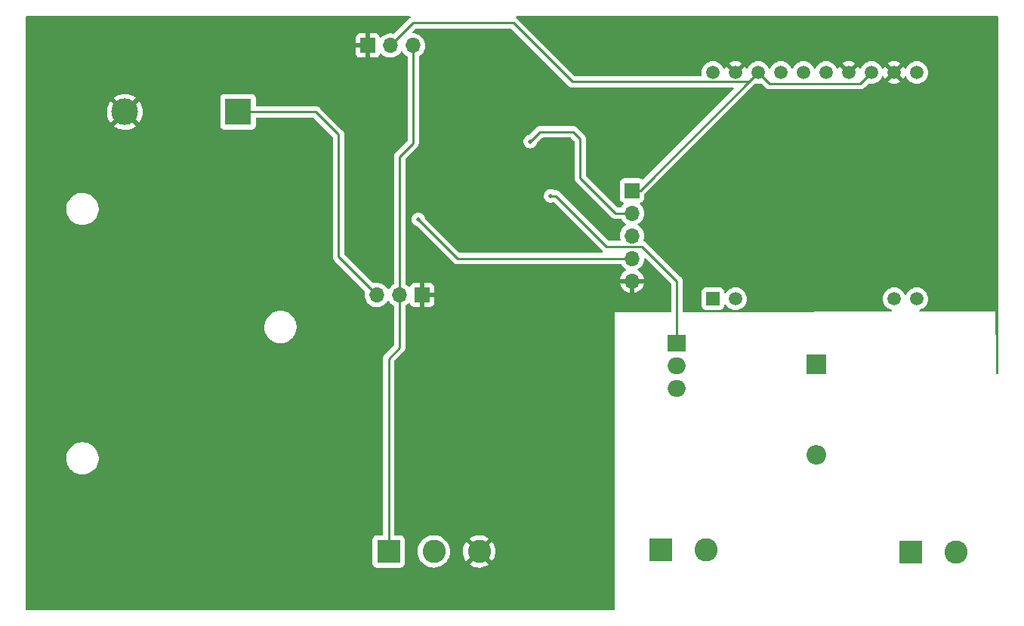
<source format=gbl>
G04 #@! TF.GenerationSoftware,KiCad,Pcbnew,6.0.11-2627ca5db0~126~ubuntu22.04.1*
G04 #@! TF.CreationDate,2023-02-05T11:24:22-03:00*
G04 #@! TF.ProjectId,ball_launcher_kicad,62616c6c-5f6c-4617-956e-636865725f6b,rev?*
G04 #@! TF.SameCoordinates,Original*
G04 #@! TF.FileFunction,Copper,L2,Bot*
G04 #@! TF.FilePolarity,Positive*
%FSLAX46Y46*%
G04 Gerber Fmt 4.6, Leading zero omitted, Abs format (unit mm)*
G04 Created by KiCad (PCBNEW 6.0.11-2627ca5db0~126~ubuntu22.04.1) date 2023-02-05 11:24:22*
%MOMM*%
%LPD*%
G01*
G04 APERTURE LIST*
G04 #@! TA.AperFunction,ComponentPad*
%ADD10R,1.500000X1.500000*%
G04 #@! TD*
G04 #@! TA.AperFunction,ComponentPad*
%ADD11C,1.500000*%
G04 #@! TD*
G04 #@! TA.AperFunction,ComponentPad*
%ADD12R,1.700000X1.700000*%
G04 #@! TD*
G04 #@! TA.AperFunction,ComponentPad*
%ADD13O,1.700000X1.700000*%
G04 #@! TD*
G04 #@! TA.AperFunction,ComponentPad*
%ADD14R,2.600000X2.600000*%
G04 #@! TD*
G04 #@! TA.AperFunction,ComponentPad*
%ADD15C,2.600000*%
G04 #@! TD*
G04 #@! TA.AperFunction,ComponentPad*
%ADD16R,3.000000X3.000000*%
G04 #@! TD*
G04 #@! TA.AperFunction,ComponentPad*
%ADD17C,3.000000*%
G04 #@! TD*
G04 #@! TA.AperFunction,ComponentPad*
%ADD18R,2.000000X1.905000*%
G04 #@! TD*
G04 #@! TA.AperFunction,ComponentPad*
%ADD19O,2.000000X1.905000*%
G04 #@! TD*
G04 #@! TA.AperFunction,ComponentPad*
%ADD20R,2.200000X2.200000*%
G04 #@! TD*
G04 #@! TA.AperFunction,ComponentPad*
%ADD21O,2.200000X2.200000*%
G04 #@! TD*
G04 #@! TA.AperFunction,ViaPad*
%ADD22C,0.508000*%
G04 #@! TD*
G04 #@! TA.AperFunction,Conductor*
%ADD23C,0.254000*%
G04 #@! TD*
G04 APERTURE END LIST*
D10*
X249575000Y-126837500D03*
D11*
X252115000Y-126837500D03*
X269895000Y-126837500D03*
X272435000Y-126837500D03*
X272435000Y-101437500D03*
X269895000Y-101437500D03*
X267355000Y-101437500D03*
X264815000Y-101437500D03*
X262275000Y-101437500D03*
X259735000Y-101437500D03*
X257195000Y-101437500D03*
X254655000Y-101437500D03*
X252115000Y-101437500D03*
X249575000Y-101437500D03*
D12*
X240505000Y-114680000D03*
D13*
X240505000Y-117220000D03*
X240505000Y-119760000D03*
X240505000Y-122300000D03*
X240505000Y-124840000D03*
D14*
X271755000Y-155300000D03*
D15*
X276835000Y-155300000D03*
D16*
X196350000Y-105850000D03*
D17*
X183650000Y-105850000D03*
D12*
X216985000Y-126410000D03*
D13*
X214445000Y-126410000D03*
X211905000Y-126410000D03*
D18*
X245555000Y-131860000D03*
D19*
X245555000Y-134400000D03*
X245555000Y-136940000D03*
D14*
X243755000Y-155005000D03*
D15*
X248835000Y-155005000D03*
D12*
X210892500Y-98410000D03*
D13*
X213432500Y-98410000D03*
X215972500Y-98410000D03*
D20*
X261200000Y-134220000D03*
D21*
X261200000Y-144380000D03*
D14*
X213215000Y-155205000D03*
D15*
X218295000Y-155205000D03*
X223375000Y-155205000D03*
D22*
X213505000Y-112080000D03*
X221005000Y-128480000D03*
X216505000Y-132680000D03*
X238405000Y-101180000D03*
X209805000Y-112080000D03*
X226505000Y-103980000D03*
X227605000Y-121280000D03*
X196400000Y-99100000D03*
X208500000Y-132700000D03*
X196700000Y-159700000D03*
X182800000Y-159600000D03*
X183300000Y-99100000D03*
X276805000Y-97580000D03*
X235805000Y-111980000D03*
X206200000Y-112100000D03*
X238405000Y-103980000D03*
X238205000Y-96780000D03*
X221405000Y-120380000D03*
X231600000Y-155100000D03*
X227400000Y-142800000D03*
X219105000Y-104080000D03*
X233405000Y-111980000D03*
X240505000Y-127380000D03*
X216555000Y-117930000D03*
X229105000Y-109180000D03*
X231405000Y-115280000D03*
D23*
X266112500Y-102680000D02*
X267355000Y-101437500D01*
X215962500Y-95880000D02*
X227205000Y-95880000D01*
X254655000Y-101437500D02*
X241412500Y-114680000D01*
X241412500Y-114680000D02*
X240505000Y-114680000D01*
X253625600Y-102466900D02*
X233791900Y-102466900D01*
X255897500Y-102680000D02*
X266112500Y-102680000D01*
X233791900Y-102466900D02*
X227205000Y-95880000D01*
X215962500Y-95880000D02*
X213432500Y-98410000D01*
X254655000Y-101437500D02*
X253625600Y-102466900D01*
X254655000Y-101437500D02*
X255897500Y-102680000D01*
X220925000Y-122300000D02*
X216555000Y-117930000D01*
X240505000Y-122300000D02*
X220925000Y-122300000D01*
X207600000Y-122105000D02*
X211905000Y-126410000D01*
X205050000Y-105850000D02*
X207600000Y-108400000D01*
X207600000Y-108400000D02*
X207600000Y-122105000D01*
X196350000Y-105850000D02*
X205050000Y-105850000D01*
X214445000Y-132340000D02*
X214445000Y-126410000D01*
X213215000Y-155205000D02*
X213215000Y-133570000D01*
X215972500Y-109366842D02*
X215972500Y-98410000D01*
X214445000Y-110894342D02*
X215972500Y-109366842D01*
X213215000Y-133570000D02*
X214445000Y-132340000D01*
X214445000Y-126410000D02*
X214445000Y-110894342D01*
X230205000Y-108080000D02*
X229105000Y-109180000D01*
X234705000Y-108880000D02*
X233905000Y-108080000D01*
X234705000Y-113280000D02*
X234705000Y-108880000D01*
X240505000Y-117220000D02*
X238645000Y-117220000D01*
X238645000Y-117220000D02*
X234705000Y-113280000D01*
X233905000Y-108080000D02*
X230205000Y-108080000D01*
X245555000Y-131860000D02*
X245555000Y-124876300D01*
X245555000Y-124876300D02*
X241658700Y-120980000D01*
X231945000Y-115280000D02*
X237645000Y-120980000D01*
X237645000Y-120980000D02*
X241658700Y-120980000D01*
X231405000Y-115280000D02*
X231945000Y-115280000D01*
G04 #@! TA.AperFunction,Conductor*
G36*
X215623534Y-95128502D02*
G01*
X215670027Y-95182158D01*
X215680131Y-95252432D01*
X215650637Y-95317012D01*
X215629478Y-95336433D01*
X215618022Y-95344757D01*
X215608095Y-95351278D01*
X215576724Y-95369830D01*
X215576719Y-95369834D01*
X215569901Y-95373866D01*
X215555514Y-95388253D01*
X215540480Y-95401094D01*
X215524013Y-95413058D01*
X215518960Y-95419166D01*
X215495728Y-95447249D01*
X215487738Y-95456029D01*
X213887444Y-97056323D01*
X213825132Y-97090349D01*
X213776254Y-97091275D01*
X213701808Y-97078014D01*
X213565873Y-97053800D01*
X213565867Y-97053799D01*
X213560784Y-97052894D01*
X213486952Y-97051992D01*
X213342581Y-97050228D01*
X213342579Y-97050228D01*
X213337411Y-97050165D01*
X213116591Y-97083955D01*
X212904256Y-97153357D01*
X212706107Y-97256507D01*
X212701974Y-97259610D01*
X212701971Y-97259612D01*
X212618950Y-97321946D01*
X212527465Y-97390635D01*
X212523893Y-97394373D01*
X212446398Y-97475466D01*
X212384874Y-97510895D01*
X212313962Y-97507438D01*
X212256176Y-97466192D01*
X212237323Y-97432644D01*
X212195824Y-97321946D01*
X212187286Y-97306351D01*
X212110785Y-97204276D01*
X212098224Y-97191715D01*
X211996149Y-97115214D01*
X211980554Y-97106676D01*
X211860106Y-97061522D01*
X211844851Y-97057895D01*
X211793986Y-97052369D01*
X211787172Y-97052000D01*
X211164615Y-97052000D01*
X211149376Y-97056475D01*
X211148171Y-97057865D01*
X211146500Y-97065548D01*
X211146500Y-99749884D01*
X211150975Y-99765123D01*
X211152365Y-99766328D01*
X211160048Y-99767999D01*
X211787169Y-99767999D01*
X211793990Y-99767629D01*
X211844852Y-99762105D01*
X211860104Y-99758479D01*
X211980554Y-99713324D01*
X211996149Y-99704786D01*
X212098224Y-99628285D01*
X212110785Y-99615724D01*
X212187286Y-99513649D01*
X212195824Y-99498054D01*
X212236725Y-99388952D01*
X212279367Y-99332188D01*
X212345928Y-99307488D01*
X212415277Y-99322696D01*
X212449944Y-99350684D01*
X212475365Y-99380031D01*
X212475369Y-99380035D01*
X212478750Y-99383938D01*
X212650626Y-99526632D01*
X212843500Y-99639338D01*
X213052192Y-99719030D01*
X213057260Y-99720061D01*
X213057263Y-99720062D01*
X213164517Y-99741883D01*
X213271097Y-99763567D01*
X213276272Y-99763757D01*
X213276274Y-99763757D01*
X213489173Y-99771564D01*
X213489177Y-99771564D01*
X213494337Y-99771753D01*
X213499457Y-99771097D01*
X213499459Y-99771097D01*
X213710788Y-99744025D01*
X213710789Y-99744025D01*
X213715916Y-99743368D01*
X213720866Y-99741883D01*
X213924929Y-99680661D01*
X213924934Y-99680659D01*
X213929884Y-99679174D01*
X214130494Y-99580896D01*
X214312360Y-99451173D01*
X214470596Y-99293489D01*
X214600953Y-99112077D01*
X214602276Y-99113028D01*
X214649145Y-99069857D01*
X214719080Y-99057625D01*
X214784526Y-99085144D01*
X214812375Y-99116994D01*
X214872487Y-99215088D01*
X215018750Y-99383938D01*
X215190626Y-99526632D01*
X215274572Y-99575686D01*
X215323294Y-99627324D01*
X215337000Y-99684473D01*
X215337000Y-109051419D01*
X215316998Y-109119540D01*
X215300095Y-109140514D01*
X214051517Y-110389092D01*
X214043191Y-110396668D01*
X214036697Y-110400789D01*
X214031274Y-110406564D01*
X213989915Y-110450607D01*
X213987160Y-110453449D01*
X213967361Y-110473248D01*
X213964937Y-110476373D01*
X213964929Y-110476382D01*
X213964863Y-110476468D01*
X213957155Y-110485493D01*
X213926783Y-110517836D01*
X213922965Y-110524780D01*
X213922964Y-110524782D01*
X213916978Y-110535671D01*
X213906127Y-110552189D01*
X213893650Y-110568275D01*
X213876024Y-110609008D01*
X213870807Y-110619656D01*
X213849431Y-110658539D01*
X213847460Y-110666214D01*
X213847458Y-110666220D01*
X213844369Y-110678253D01*
X213837966Y-110696955D01*
X213829883Y-110715634D01*
X213828644Y-110723459D01*
X213822940Y-110759469D01*
X213820535Y-110771082D01*
X213809500Y-110814060D01*
X213809500Y-110834407D01*
X213807949Y-110854118D01*
X213804765Y-110874221D01*
X213805511Y-110882113D01*
X213808941Y-110918398D01*
X213809500Y-110930256D01*
X213809500Y-125132733D01*
X213789498Y-125200854D01*
X213741680Y-125244496D01*
X213726737Y-125252275D01*
X213718607Y-125256507D01*
X213714474Y-125259610D01*
X213714471Y-125259612D01*
X213544100Y-125387530D01*
X213539965Y-125390635D01*
X213500128Y-125432322D01*
X213391476Y-125546020D01*
X213385629Y-125552138D01*
X213278201Y-125709621D01*
X213223293Y-125754621D01*
X213152768Y-125762792D01*
X213089021Y-125731538D01*
X213068324Y-125707054D01*
X212987822Y-125582617D01*
X212987820Y-125582614D01*
X212985014Y-125578277D01*
X212834670Y-125413051D01*
X212830619Y-125409852D01*
X212830615Y-125409848D01*
X212663414Y-125277800D01*
X212663410Y-125277798D01*
X212659359Y-125274598D01*
X212654831Y-125272098D01*
X212604829Y-125244496D01*
X212463789Y-125166638D01*
X212458920Y-125164914D01*
X212458916Y-125164912D01*
X212258087Y-125093795D01*
X212258083Y-125093794D01*
X212253212Y-125092069D01*
X212248119Y-125091162D01*
X212248116Y-125091161D01*
X212038373Y-125053800D01*
X212038367Y-125053799D01*
X212033284Y-125052894D01*
X211959452Y-125051992D01*
X211815081Y-125050228D01*
X211815079Y-125050228D01*
X211809911Y-125050165D01*
X211679530Y-125070116D01*
X211594200Y-125083173D01*
X211594197Y-125083174D01*
X211589091Y-125083955D01*
X211584184Y-125085559D01*
X211584171Y-125085562D01*
X211578661Y-125087363D01*
X211507697Y-125089512D01*
X211450425Y-125056692D01*
X208272405Y-121878672D01*
X208238379Y-121816360D01*
X208235500Y-121789577D01*
X208235500Y-108479032D01*
X208236030Y-108467793D01*
X208237709Y-108460281D01*
X208235562Y-108391969D01*
X208235500Y-108388012D01*
X208235500Y-108360017D01*
X208234992Y-108355994D01*
X208234059Y-108344152D01*
X208232914Y-108307720D01*
X208232665Y-108299795D01*
X208226987Y-108280251D01*
X208222977Y-108260888D01*
X208221420Y-108248560D01*
X208221420Y-108248558D01*
X208220427Y-108240701D01*
X208217511Y-108233337D01*
X208217510Y-108233332D01*
X208204093Y-108199444D01*
X208200248Y-108188215D01*
X208190080Y-108153219D01*
X208187869Y-108145607D01*
X208177510Y-108128091D01*
X208168813Y-108110341D01*
X208161319Y-108091412D01*
X208135238Y-108055514D01*
X208128722Y-108045594D01*
X208110173Y-108014229D01*
X208110171Y-108014226D01*
X208106135Y-108007402D01*
X208091747Y-107993014D01*
X208078906Y-107977980D01*
X208071602Y-107967927D01*
X208066942Y-107961513D01*
X208032750Y-107933227D01*
X208023971Y-107925238D01*
X205555250Y-105456517D01*
X205547674Y-105448191D01*
X205543553Y-105441697D01*
X205493734Y-105394914D01*
X205490893Y-105392160D01*
X205471094Y-105372361D01*
X205467969Y-105369937D01*
X205467960Y-105369929D01*
X205467874Y-105369863D01*
X205458849Y-105362155D01*
X205432285Y-105337210D01*
X205426506Y-105331783D01*
X205408669Y-105321977D01*
X205392153Y-105311127D01*
X205376067Y-105298650D01*
X205335334Y-105281024D01*
X205324686Y-105275807D01*
X205313058Y-105269415D01*
X205285803Y-105254431D01*
X205278128Y-105252460D01*
X205278122Y-105252458D01*
X205266089Y-105249369D01*
X205247387Y-105242966D01*
X205228708Y-105234883D01*
X205194872Y-105229524D01*
X205184873Y-105227940D01*
X205173260Y-105225535D01*
X205130282Y-105214500D01*
X205109935Y-105214500D01*
X205090224Y-105212949D01*
X205077950Y-105211005D01*
X205070121Y-105209765D01*
X205062229Y-105210511D01*
X205025944Y-105213941D01*
X205014086Y-105214500D01*
X198484500Y-105214500D01*
X198416379Y-105194498D01*
X198369886Y-105140842D01*
X198358500Y-105088500D01*
X198358500Y-104301866D01*
X198351745Y-104239684D01*
X198300615Y-104103295D01*
X198213261Y-103986739D01*
X198096705Y-103899385D01*
X197960316Y-103848255D01*
X197898134Y-103841500D01*
X194801866Y-103841500D01*
X194739684Y-103848255D01*
X194603295Y-103899385D01*
X194486739Y-103986739D01*
X194399385Y-104103295D01*
X194348255Y-104239684D01*
X194341500Y-104301866D01*
X194341500Y-107398134D01*
X194348255Y-107460316D01*
X194399385Y-107596705D01*
X194486739Y-107713261D01*
X194603295Y-107800615D01*
X194739684Y-107851745D01*
X194801866Y-107858500D01*
X197898134Y-107858500D01*
X197960316Y-107851745D01*
X198096705Y-107800615D01*
X198213261Y-107713261D01*
X198300615Y-107596705D01*
X198351745Y-107460316D01*
X198358500Y-107398134D01*
X198358500Y-106611500D01*
X198378502Y-106543379D01*
X198432158Y-106496886D01*
X198484500Y-106485500D01*
X204734578Y-106485500D01*
X204802699Y-106505502D01*
X204823673Y-106522405D01*
X206927595Y-108626328D01*
X206961621Y-108688640D01*
X206964500Y-108715423D01*
X206964500Y-122025980D01*
X206963970Y-122037214D01*
X206962292Y-122044719D01*
X206962541Y-122052638D01*
X206964438Y-122113012D01*
X206964500Y-122116969D01*
X206964500Y-122144983D01*
X206964996Y-122148908D01*
X206964996Y-122148909D01*
X206965008Y-122149004D01*
X206965941Y-122160849D01*
X206967335Y-122205205D01*
X206969547Y-122212817D01*
X206973013Y-122224748D01*
X206977023Y-122244112D01*
X206979573Y-122264299D01*
X206982489Y-122271663D01*
X206982490Y-122271668D01*
X206995907Y-122305556D01*
X206999752Y-122316785D01*
X207012131Y-122359393D01*
X207016169Y-122366220D01*
X207016170Y-122366223D01*
X207022488Y-122376906D01*
X207031188Y-122394664D01*
X207035761Y-122406215D01*
X207035765Y-122406221D01*
X207038681Y-122413588D01*
X207043339Y-122419999D01*
X207043340Y-122420001D01*
X207064764Y-122449488D01*
X207071281Y-122459410D01*
X207089826Y-122490768D01*
X207089829Y-122490772D01*
X207093866Y-122497598D01*
X207108250Y-122511982D01*
X207121091Y-122527016D01*
X207133058Y-122543487D01*
X207139166Y-122548540D01*
X207167255Y-122571777D01*
X207176035Y-122579767D01*
X210554164Y-125957896D01*
X210588190Y-126020208D01*
X210586486Y-126080662D01*
X210565989Y-126154570D01*
X210565441Y-126159700D01*
X210565440Y-126159704D01*
X210560991Y-126201338D01*
X210542251Y-126376695D01*
X210542548Y-126381848D01*
X210542548Y-126381851D01*
X210544230Y-126411015D01*
X210555110Y-126599715D01*
X210556247Y-126604761D01*
X210556248Y-126604767D01*
X210570606Y-126668475D01*
X210604222Y-126817639D01*
X210688266Y-127024616D01*
X210739942Y-127108944D01*
X210802291Y-127210688D01*
X210804987Y-127215088D01*
X210951250Y-127383938D01*
X211123126Y-127526632D01*
X211316000Y-127639338D01*
X211524692Y-127719030D01*
X211529760Y-127720061D01*
X211529763Y-127720062D01*
X211637017Y-127741883D01*
X211743597Y-127763567D01*
X211748772Y-127763757D01*
X211748774Y-127763757D01*
X211961673Y-127771564D01*
X211961677Y-127771564D01*
X211966837Y-127771753D01*
X211971957Y-127771097D01*
X211971959Y-127771097D01*
X212183288Y-127744025D01*
X212183289Y-127744025D01*
X212188416Y-127743368D01*
X212193366Y-127741883D01*
X212397429Y-127680661D01*
X212397434Y-127680659D01*
X212402384Y-127679174D01*
X212602994Y-127580896D01*
X212784860Y-127451173D01*
X212943096Y-127293489D01*
X212964096Y-127264265D01*
X213073453Y-127112077D01*
X213074776Y-127113028D01*
X213121645Y-127069857D01*
X213191580Y-127057625D01*
X213257026Y-127085144D01*
X213284875Y-127116994D01*
X213344987Y-127215088D01*
X213491250Y-127383938D01*
X213663126Y-127526632D01*
X213747072Y-127575686D01*
X213795794Y-127627324D01*
X213809500Y-127684473D01*
X213809500Y-132024577D01*
X213789498Y-132092698D01*
X213772595Y-132113672D01*
X212821517Y-133064750D01*
X212813191Y-133072326D01*
X212806697Y-133076447D01*
X212801274Y-133082222D01*
X212759915Y-133126265D01*
X212757160Y-133129107D01*
X212737361Y-133148906D01*
X212734937Y-133152031D01*
X212734929Y-133152040D01*
X212734863Y-133152126D01*
X212727155Y-133161151D01*
X212696783Y-133193494D01*
X212692965Y-133200438D01*
X212692964Y-133200440D01*
X212686978Y-133211329D01*
X212676127Y-133227847D01*
X212663650Y-133243933D01*
X212646024Y-133284666D01*
X212640807Y-133295314D01*
X212619431Y-133334197D01*
X212617460Y-133341872D01*
X212617458Y-133341878D01*
X212614369Y-133353911D01*
X212607966Y-133372613D01*
X212599883Y-133391292D01*
X212598644Y-133399117D01*
X212592940Y-133435127D01*
X212590535Y-133446740D01*
X212579500Y-133489718D01*
X212579500Y-133510065D01*
X212577949Y-133529776D01*
X212574765Y-133549879D01*
X212575511Y-133557771D01*
X212578941Y-133594056D01*
X212579500Y-133605914D01*
X212579500Y-153270500D01*
X212559498Y-153338621D01*
X212505842Y-153385114D01*
X212453500Y-153396500D01*
X211866866Y-153396500D01*
X211804684Y-153403255D01*
X211668295Y-153454385D01*
X211551739Y-153541739D01*
X211464385Y-153658295D01*
X211413255Y-153794684D01*
X211406500Y-153856866D01*
X211406500Y-156553134D01*
X211413255Y-156615316D01*
X211464385Y-156751705D01*
X211551739Y-156868261D01*
X211668295Y-156955615D01*
X211804684Y-157006745D01*
X211866866Y-157013500D01*
X214563134Y-157013500D01*
X214625316Y-157006745D01*
X214761705Y-156955615D01*
X214878261Y-156868261D01*
X214965615Y-156751705D01*
X215016745Y-156615316D01*
X215023500Y-156553134D01*
X215023500Y-155157526D01*
X216482050Y-155157526D01*
X216482274Y-155162192D01*
X216482274Y-155162197D01*
X216484946Y-155217812D01*
X216494947Y-155426019D01*
X216547388Y-155689656D01*
X216638220Y-155942646D01*
X216765450Y-156179431D01*
X216768241Y-156183168D01*
X216768245Y-156183175D01*
X216844405Y-156285165D01*
X216926281Y-156394810D01*
X216929590Y-156398090D01*
X216929595Y-156398096D01*
X217113863Y-156580762D01*
X217117180Y-156584050D01*
X217120942Y-156586808D01*
X217120945Y-156586811D01*
X217232737Y-156668780D01*
X217333954Y-156742995D01*
X217338089Y-156745171D01*
X217338093Y-156745173D01*
X217567698Y-156865975D01*
X217571840Y-156868154D01*
X217825613Y-156956775D01*
X217830206Y-156957647D01*
X218085109Y-157006042D01*
X218085112Y-157006042D01*
X218089698Y-157006913D01*
X218217370Y-157011929D01*
X218353625Y-157017283D01*
X218353630Y-157017283D01*
X218358293Y-157017466D01*
X218462607Y-157006042D01*
X218620844Y-156988713D01*
X218620850Y-156988712D01*
X218625497Y-156988203D01*
X218630021Y-156987012D01*
X218880918Y-156920956D01*
X218880920Y-156920955D01*
X218885441Y-156919765D01*
X218992795Y-156873642D01*
X219128120Y-156815502D01*
X219128122Y-156815501D01*
X219132414Y-156813657D01*
X219251751Y-156739809D01*
X219357017Y-156674669D01*
X219357021Y-156674666D01*
X219360990Y-156672210D01*
X219387337Y-156649906D01*
X222294839Y-156649906D01*
X222303553Y-156661427D01*
X222410452Y-156739809D01*
X222418351Y-156744745D01*
X222647905Y-156865519D01*
X222656454Y-156869236D01*
X222901327Y-156954749D01*
X222910336Y-156957163D01*
X223165166Y-157005544D01*
X223174423Y-157006598D01*
X223433607Y-157016783D01*
X223442921Y-157016457D01*
X223700753Y-156988220D01*
X223709930Y-156986519D01*
X223960758Y-156920481D01*
X223969574Y-156917445D01*
X224207880Y-156815062D01*
X224216167Y-156810748D01*
X224436718Y-156674266D01*
X224444268Y-156668780D01*
X224449559Y-156664301D01*
X224457997Y-156651497D01*
X224451935Y-156641145D01*
X223387812Y-155577022D01*
X223373868Y-155569408D01*
X223372035Y-155569539D01*
X223365420Y-155573790D01*
X222301497Y-156637713D01*
X222294839Y-156649906D01*
X219387337Y-156649906D01*
X219566149Y-156498530D01*
X219743382Y-156296434D01*
X219750631Y-156285165D01*
X219886269Y-156074291D01*
X219888797Y-156070361D01*
X219999199Y-155825278D01*
X220036247Y-155693917D01*
X220070893Y-155571072D01*
X220070894Y-155571069D01*
X220072163Y-155566568D01*
X220090043Y-155426019D01*
X220105688Y-155303045D01*
X220105688Y-155303041D01*
X220106086Y-155299915D01*
X220106170Y-155296733D01*
X220107477Y-155246779D01*
X220108571Y-155205000D01*
X220105391Y-155162211D01*
X221562775Y-155162211D01*
X221575220Y-155421288D01*
X221576356Y-155430543D01*
X221626961Y-155684945D01*
X221629449Y-155693917D01*
X221717095Y-155938033D01*
X221720895Y-155946568D01*
X221843658Y-156175042D01*
X221848666Y-156182904D01*
X221918720Y-156276716D01*
X221929979Y-156285165D01*
X221942397Y-156278393D01*
X223002978Y-155217812D01*
X223009356Y-155206132D01*
X223739408Y-155206132D01*
X223739539Y-155207965D01*
X223743790Y-155214580D01*
X224811094Y-156281884D01*
X224823474Y-156288644D01*
X224831815Y-156282400D01*
X224965832Y-156074048D01*
X224970275Y-156065864D01*
X225076807Y-155829370D01*
X225079997Y-155820605D01*
X225150402Y-155570972D01*
X225152262Y-155561830D01*
X225185187Y-155303019D01*
X225185668Y-155296733D01*
X225187987Y-155208160D01*
X225187836Y-155201851D01*
X225168501Y-154941663D01*
X225167125Y-154932457D01*
X225109878Y-154679467D01*
X225107154Y-154670556D01*
X225013143Y-154428806D01*
X225009132Y-154420397D01*
X224880422Y-154195202D01*
X224875211Y-154187476D01*
X224831996Y-154132658D01*
X224820071Y-154124187D01*
X224808537Y-154130673D01*
X223747022Y-155192188D01*
X223739408Y-155206132D01*
X223009356Y-155206132D01*
X223010592Y-155203868D01*
X223010461Y-155202035D01*
X223006210Y-155195420D01*
X221940816Y-154130026D01*
X221927507Y-154122758D01*
X221917472Y-154129878D01*
X221901937Y-154148556D01*
X221896531Y-154156135D01*
X221761965Y-154377891D01*
X221757736Y-154386192D01*
X221657432Y-154625389D01*
X221654471Y-154634239D01*
X221590628Y-154885625D01*
X221589006Y-154894822D01*
X221563020Y-155152885D01*
X221562775Y-155162211D01*
X220105391Y-155162211D01*
X220088650Y-154936937D01*
X220087619Y-154932379D01*
X220030361Y-154679331D01*
X220030360Y-154679326D01*
X220029327Y-154674763D01*
X219931902Y-154424238D01*
X219798518Y-154190864D01*
X219751068Y-154130673D01*
X219732416Y-154107014D01*
X219632105Y-153979769D01*
X219436317Y-153795591D01*
X219381682Y-153757689D01*
X222292102Y-153757689D01*
X222296675Y-153767465D01*
X223362188Y-154832978D01*
X223376132Y-154840592D01*
X223377965Y-154840461D01*
X223384580Y-154836210D01*
X224449349Y-153771441D01*
X224455733Y-153759751D01*
X224446321Y-153747641D01*
X224299045Y-153645471D01*
X224291010Y-153640738D01*
X224058376Y-153526016D01*
X224049743Y-153522528D01*
X223802703Y-153443450D01*
X223793643Y-153441274D01*
X223537630Y-153399580D01*
X223528343Y-153398768D01*
X223268992Y-153395373D01*
X223259681Y-153395943D01*
X223002682Y-153430919D01*
X222993546Y-153432860D01*
X222744543Y-153505439D01*
X222735800Y-153508707D01*
X222500252Y-153617296D01*
X222492097Y-153621816D01*
X222301240Y-153746947D01*
X222292102Y-153757689D01*
X219381682Y-153757689D01*
X219238407Y-153658295D01*
X219219299Y-153645039D01*
X219219296Y-153645037D01*
X219215457Y-153642374D01*
X219173770Y-153621816D01*
X218978564Y-153525551D01*
X218978561Y-153525550D01*
X218974376Y-153523486D01*
X218928207Y-153508707D01*
X218748657Y-153451233D01*
X218718370Y-153441538D01*
X218713763Y-153440788D01*
X218713760Y-153440787D01*
X218500337Y-153406029D01*
X218453063Y-153398330D01*
X218322719Y-153396624D01*
X218188961Y-153394873D01*
X218188958Y-153394873D01*
X218184284Y-153394812D01*
X217917937Y-153431060D01*
X217913451Y-153432368D01*
X217913449Y-153432368D01*
X217848726Y-153451233D01*
X217659874Y-153506278D01*
X217415763Y-153618815D01*
X217411854Y-153621378D01*
X217194881Y-153763631D01*
X217194876Y-153763635D01*
X217190968Y-153766197D01*
X216990426Y-153945188D01*
X216818544Y-154151854D01*
X216679096Y-154381656D01*
X216677287Y-154385970D01*
X216677285Y-154385974D01*
X216661240Y-154424238D01*
X216575148Y-154629545D01*
X216508981Y-154890077D01*
X216482050Y-155157526D01*
X215023500Y-155157526D01*
X215023500Y-153856866D01*
X215016745Y-153794684D01*
X214965615Y-153658295D01*
X214878261Y-153541739D01*
X214761705Y-153454385D01*
X214625316Y-153403255D01*
X214563134Y-153396500D01*
X213976500Y-153396500D01*
X213908379Y-153376498D01*
X213861886Y-153322842D01*
X213850500Y-153270500D01*
X213850500Y-133885422D01*
X213870502Y-133817301D01*
X213887401Y-133796331D01*
X214838494Y-132845239D01*
X214846808Y-132837675D01*
X214853303Y-132833553D01*
X214900086Y-132783734D01*
X214902840Y-132780893D01*
X214922639Y-132761094D01*
X214925063Y-132757969D01*
X214925071Y-132757960D01*
X214925137Y-132757874D01*
X214932845Y-132748849D01*
X214957790Y-132722285D01*
X214963217Y-132716506D01*
X214973023Y-132698669D01*
X214983873Y-132682153D01*
X214996350Y-132666067D01*
X215013976Y-132625334D01*
X215019193Y-132614686D01*
X215036749Y-132582751D01*
X215040569Y-132575803D01*
X215042540Y-132568128D01*
X215042542Y-132568122D01*
X215045631Y-132556089D01*
X215052034Y-132537387D01*
X215060117Y-132518708D01*
X215061357Y-132510882D01*
X215061358Y-132510877D01*
X215067060Y-132474880D01*
X215069466Y-132463260D01*
X215078528Y-132427963D01*
X215078528Y-132427962D01*
X215080500Y-132420282D01*
X215080500Y-132399934D01*
X215082051Y-132380223D01*
X215083995Y-132367949D01*
X215085235Y-132360120D01*
X215081059Y-132315944D01*
X215080500Y-132304086D01*
X215080500Y-127689235D01*
X215100502Y-127621114D01*
X215141171Y-127581789D01*
X215142994Y-127580896D01*
X215324860Y-127451173D01*
X215392331Y-127383938D01*
X215433479Y-127342933D01*
X215495851Y-127309017D01*
X215566658Y-127314205D01*
X215623419Y-127356851D01*
X215640401Y-127387954D01*
X215681676Y-127498054D01*
X215690214Y-127513649D01*
X215766715Y-127615724D01*
X215779276Y-127628285D01*
X215881351Y-127704786D01*
X215896946Y-127713324D01*
X216017394Y-127758478D01*
X216032649Y-127762105D01*
X216083514Y-127767631D01*
X216090328Y-127768000D01*
X216712885Y-127768000D01*
X216728124Y-127763525D01*
X216729329Y-127762135D01*
X216731000Y-127754452D01*
X216731000Y-127749884D01*
X217239000Y-127749884D01*
X217243475Y-127765123D01*
X217244865Y-127766328D01*
X217252548Y-127767999D01*
X217879669Y-127767999D01*
X217886490Y-127767629D01*
X217937352Y-127762105D01*
X217952604Y-127758479D01*
X218073054Y-127713324D01*
X218088649Y-127704786D01*
X218190724Y-127628285D01*
X218203285Y-127615724D01*
X218279786Y-127513649D01*
X218288324Y-127498054D01*
X218333478Y-127377606D01*
X218337105Y-127362351D01*
X218342631Y-127311486D01*
X218343000Y-127304672D01*
X218343000Y-126682115D01*
X218338525Y-126666876D01*
X218337135Y-126665671D01*
X218329452Y-126664000D01*
X217257115Y-126664000D01*
X217241876Y-126668475D01*
X217240671Y-126669865D01*
X217239000Y-126677548D01*
X217239000Y-127749884D01*
X216731000Y-127749884D01*
X216731000Y-126137885D01*
X217239000Y-126137885D01*
X217243475Y-126153124D01*
X217244865Y-126154329D01*
X217252548Y-126156000D01*
X218324884Y-126156000D01*
X218340123Y-126151525D01*
X218341328Y-126150135D01*
X218342999Y-126142452D01*
X218342999Y-125515331D01*
X218342629Y-125508510D01*
X218337105Y-125457648D01*
X218333479Y-125442396D01*
X218288324Y-125321946D01*
X218279786Y-125306351D01*
X218203285Y-125204276D01*
X218190724Y-125191715D01*
X218088649Y-125115214D01*
X218075410Y-125107966D01*
X239173257Y-125107966D01*
X239203565Y-125242446D01*
X239206645Y-125252275D01*
X239286770Y-125449603D01*
X239291413Y-125458794D01*
X239402694Y-125640388D01*
X239408777Y-125648699D01*
X239548213Y-125809667D01*
X239555580Y-125816883D01*
X239719434Y-125952916D01*
X239727881Y-125958831D01*
X239911756Y-126066279D01*
X239921042Y-126070729D01*
X240120001Y-126146703D01*
X240129899Y-126149579D01*
X240233250Y-126170606D01*
X240247299Y-126169410D01*
X240251000Y-126159065D01*
X240251000Y-126158517D01*
X240759000Y-126158517D01*
X240763064Y-126172359D01*
X240776478Y-126174393D01*
X240783184Y-126173534D01*
X240793262Y-126171392D01*
X240997255Y-126110191D01*
X241006842Y-126106433D01*
X241198095Y-126012739D01*
X241206945Y-126007464D01*
X241380328Y-125883792D01*
X241388200Y-125877139D01*
X241539052Y-125726812D01*
X241545730Y-125718965D01*
X241670003Y-125546020D01*
X241675313Y-125537183D01*
X241769670Y-125346267D01*
X241773469Y-125336672D01*
X241835377Y-125132910D01*
X241837555Y-125122837D01*
X241838986Y-125111962D01*
X241836775Y-125097778D01*
X241823617Y-125094000D01*
X240777115Y-125094000D01*
X240761876Y-125098475D01*
X240760671Y-125099865D01*
X240759000Y-125107548D01*
X240759000Y-126158517D01*
X240251000Y-126158517D01*
X240251000Y-125112115D01*
X240246525Y-125096876D01*
X240245135Y-125095671D01*
X240237452Y-125094000D01*
X239188225Y-125094000D01*
X239174694Y-125097973D01*
X239173257Y-125107966D01*
X218075410Y-125107966D01*
X218073054Y-125106676D01*
X217952606Y-125061522D01*
X217937351Y-125057895D01*
X217886486Y-125052369D01*
X217879672Y-125052000D01*
X217257115Y-125052000D01*
X217241876Y-125056475D01*
X217240671Y-125057865D01*
X217239000Y-125065548D01*
X217239000Y-126137885D01*
X216731000Y-126137885D01*
X216731000Y-125070116D01*
X216726525Y-125054877D01*
X216725135Y-125053672D01*
X216717452Y-125052001D01*
X216090331Y-125052001D01*
X216083510Y-125052371D01*
X216032648Y-125057895D01*
X216017396Y-125061521D01*
X215896946Y-125106676D01*
X215881351Y-125115214D01*
X215779276Y-125191715D01*
X215766715Y-125204276D01*
X215690214Y-125306351D01*
X215681676Y-125321946D01*
X215640297Y-125432322D01*
X215597655Y-125489087D01*
X215531093Y-125513786D01*
X215461744Y-125498578D01*
X215429121Y-125472891D01*
X215378151Y-125416876D01*
X215378145Y-125416870D01*
X215374670Y-125413051D01*
X215370619Y-125409852D01*
X215370615Y-125409848D01*
X215203414Y-125277800D01*
X215203410Y-125277798D01*
X215199359Y-125274598D01*
X215194835Y-125272101D01*
X215194831Y-125272098D01*
X215145608Y-125244926D01*
X215095636Y-125194494D01*
X215080500Y-125134617D01*
X215080500Y-111209764D01*
X215100502Y-111141643D01*
X215117405Y-111120669D01*
X216365977Y-109872097D01*
X216374303Y-109864520D01*
X216380803Y-109860395D01*
X216427601Y-109810560D01*
X216430355Y-109807719D01*
X216450138Y-109787936D01*
X216452629Y-109784725D01*
X216460338Y-109775698D01*
X216485289Y-109749128D01*
X216490717Y-109743348D01*
X216500522Y-109725513D01*
X216511376Y-109708989D01*
X216518991Y-109699172D01*
X216518992Y-109699171D01*
X216523849Y-109692909D01*
X216541469Y-109652192D01*
X216546692Y-109641531D01*
X216564249Y-109609595D01*
X216564251Y-109609590D01*
X216568069Y-109602645D01*
X216570039Y-109594971D01*
X216570042Y-109594964D01*
X216573132Y-109582929D01*
X216579536Y-109564224D01*
X216584467Y-109552829D01*
X216587617Y-109545550D01*
X216594560Y-109501715D01*
X216596967Y-109490093D01*
X216608000Y-109447124D01*
X216608000Y-109426777D01*
X216609551Y-109407066D01*
X216611495Y-109394792D01*
X216612735Y-109386963D01*
X216608559Y-109342786D01*
X216608000Y-109330928D01*
X216608000Y-99689235D01*
X216628002Y-99621114D01*
X216668671Y-99581789D01*
X216670494Y-99580896D01*
X216852360Y-99451173D01*
X217010596Y-99293489D01*
X217140953Y-99112077D01*
X217161820Y-99069857D01*
X217237636Y-98916453D01*
X217237637Y-98916451D01*
X217239930Y-98911811D01*
X217304870Y-98698069D01*
X217334029Y-98476590D01*
X217335656Y-98410000D01*
X217317352Y-98187361D01*
X217262931Y-97970702D01*
X217173854Y-97765840D01*
X217052514Y-97578277D01*
X216902170Y-97413051D01*
X216898119Y-97409852D01*
X216898115Y-97409848D01*
X216730914Y-97277800D01*
X216730910Y-97277798D01*
X216726859Y-97274598D01*
X216531289Y-97166638D01*
X216526420Y-97164914D01*
X216526416Y-97164912D01*
X216325587Y-97093795D01*
X216325583Y-97093794D01*
X216320712Y-97092069D01*
X216315619Y-97091162D01*
X216315616Y-97091161D01*
X216105873Y-97053800D01*
X216105867Y-97053799D01*
X216100784Y-97052894D01*
X215992304Y-97051569D01*
X215924434Y-97030736D01*
X215878600Y-96976517D01*
X215869355Y-96906124D01*
X215899634Y-96841909D01*
X215904749Y-96836483D01*
X216188827Y-96552405D01*
X216251139Y-96518379D01*
X216277922Y-96515500D01*
X226889578Y-96515500D01*
X226957699Y-96535502D01*
X226978673Y-96552405D01*
X233286645Y-102860377D01*
X233294222Y-102868703D01*
X233298347Y-102875203D01*
X233304125Y-102880629D01*
X233304126Y-102880630D01*
X233348181Y-102922000D01*
X233351023Y-102924755D01*
X233370806Y-102944538D01*
X233374014Y-102947026D01*
X233383043Y-102954737D01*
X233415394Y-102985117D01*
X233422343Y-102988937D01*
X233433229Y-102994922D01*
X233449753Y-103005776D01*
X233465833Y-103018249D01*
X233473110Y-103021398D01*
X233506550Y-103035869D01*
X233517211Y-103041092D01*
X233549147Y-103058649D01*
X233549152Y-103058651D01*
X233556097Y-103062469D01*
X233563771Y-103064439D01*
X233563778Y-103064442D01*
X233575813Y-103067532D01*
X233594518Y-103073936D01*
X233605913Y-103078867D01*
X233613192Y-103082017D01*
X233640242Y-103086301D01*
X233657027Y-103088960D01*
X233668640Y-103091365D01*
X233711618Y-103102400D01*
X233731965Y-103102400D01*
X233751676Y-103103951D01*
X233763950Y-103105895D01*
X233771779Y-103107135D01*
X233779671Y-103106389D01*
X233815956Y-103102959D01*
X233827814Y-103102400D01*
X251787178Y-103102400D01*
X251855299Y-103122402D01*
X251901792Y-103176058D01*
X251911896Y-103246332D01*
X251882402Y-103310912D01*
X251876273Y-103317495D01*
X246837773Y-108355994D01*
X241800517Y-113393250D01*
X241738205Y-113427276D01*
X241667390Y-113422211D01*
X241635862Y-113404984D01*
X241601705Y-113379385D01*
X241465316Y-113328255D01*
X241403134Y-113321500D01*
X239606866Y-113321500D01*
X239544684Y-113328255D01*
X239408295Y-113379385D01*
X239291739Y-113466739D01*
X239204385Y-113583295D01*
X239153255Y-113719684D01*
X239146500Y-113781866D01*
X239146500Y-115578134D01*
X239153255Y-115640316D01*
X239204385Y-115776705D01*
X239291739Y-115893261D01*
X239408295Y-115980615D01*
X239416704Y-115983767D01*
X239416705Y-115983768D01*
X239525451Y-116024535D01*
X239582216Y-116067176D01*
X239606916Y-116133738D01*
X239591709Y-116203087D01*
X239572316Y-116229568D01*
X239445629Y-116362138D01*
X239442715Y-116366410D01*
X239442714Y-116366411D01*
X239331460Y-116529504D01*
X239276549Y-116574507D01*
X239227372Y-116584500D01*
X238960423Y-116584500D01*
X238892302Y-116564498D01*
X238871328Y-116547595D01*
X235377405Y-113053672D01*
X235343379Y-112991360D01*
X235340500Y-112964577D01*
X235340500Y-108959032D01*
X235341030Y-108947793D01*
X235342709Y-108940281D01*
X235340562Y-108871969D01*
X235340500Y-108868012D01*
X235340500Y-108840017D01*
X235339992Y-108835994D01*
X235339059Y-108824152D01*
X235337914Y-108787720D01*
X235337665Y-108779795D01*
X235331987Y-108760251D01*
X235327977Y-108740888D01*
X235326420Y-108728560D01*
X235326420Y-108728558D01*
X235325427Y-108720701D01*
X235322511Y-108713337D01*
X235322510Y-108713332D01*
X235309093Y-108679444D01*
X235305248Y-108668215D01*
X235295081Y-108633222D01*
X235292869Y-108625607D01*
X235288830Y-108618777D01*
X235282512Y-108608094D01*
X235273812Y-108590336D01*
X235269239Y-108578785D01*
X235269235Y-108578779D01*
X235266319Y-108571412D01*
X235240234Y-108535509D01*
X235233719Y-108525590D01*
X235215174Y-108494232D01*
X235215171Y-108494228D01*
X235211134Y-108487402D01*
X235196750Y-108473018D01*
X235183909Y-108457984D01*
X235176602Y-108447927D01*
X235171942Y-108441513D01*
X235137750Y-108413227D01*
X235128969Y-108405237D01*
X234410245Y-107686512D01*
X234402675Y-107678193D01*
X234398553Y-107671697D01*
X234348734Y-107624914D01*
X234345893Y-107622160D01*
X234326094Y-107602361D01*
X234322969Y-107599937D01*
X234322960Y-107599929D01*
X234322874Y-107599863D01*
X234313849Y-107592155D01*
X234287285Y-107567210D01*
X234281506Y-107561783D01*
X234263669Y-107551977D01*
X234247153Y-107541127D01*
X234231067Y-107528650D01*
X234190334Y-107511024D01*
X234179686Y-107505807D01*
X234154809Y-107492131D01*
X234140803Y-107484431D01*
X234133128Y-107482460D01*
X234133122Y-107482458D01*
X234121089Y-107479369D01*
X234102387Y-107472966D01*
X234083708Y-107464883D01*
X234043913Y-107458580D01*
X234039873Y-107457940D01*
X234028260Y-107455535D01*
X233985282Y-107444500D01*
X233964935Y-107444500D01*
X233945224Y-107442949D01*
X233932950Y-107441005D01*
X233925121Y-107439765D01*
X233917229Y-107440511D01*
X233880944Y-107443941D01*
X233869086Y-107444500D01*
X230284032Y-107444500D01*
X230272793Y-107443970D01*
X230265281Y-107442291D01*
X230257356Y-107442540D01*
X230257355Y-107442540D01*
X230196970Y-107444438D01*
X230193012Y-107444500D01*
X230165017Y-107444500D01*
X230161083Y-107444997D01*
X230161081Y-107444997D01*
X230160994Y-107445008D01*
X230149160Y-107445940D01*
X230104795Y-107447335D01*
X230097182Y-107449547D01*
X230097181Y-107449547D01*
X230085252Y-107453013D01*
X230065888Y-107457023D01*
X230053560Y-107458580D01*
X230053558Y-107458580D01*
X230045701Y-107459573D01*
X230038337Y-107462489D01*
X230038332Y-107462490D01*
X230004444Y-107475907D01*
X229993215Y-107479752D01*
X229977111Y-107484431D01*
X229950607Y-107492131D01*
X229943780Y-107496169D01*
X229943777Y-107496170D01*
X229933094Y-107502488D01*
X229915336Y-107511188D01*
X229903785Y-107515761D01*
X229903779Y-107515765D01*
X229896412Y-107518681D01*
X229890001Y-107523339D01*
X229889999Y-107523340D01*
X229860512Y-107544764D01*
X229850590Y-107551281D01*
X229819232Y-107569826D01*
X229819228Y-107569829D01*
X229812402Y-107573866D01*
X229798018Y-107588250D01*
X229782984Y-107601091D01*
X229766513Y-107613058D01*
X229761460Y-107619166D01*
X229738223Y-107647255D01*
X229730233Y-107656035D01*
X228984410Y-108401858D01*
X228935921Y-108432041D01*
X228784956Y-108483434D01*
X228784953Y-108483435D01*
X228778289Y-108485704D01*
X228632588Y-108575340D01*
X228627557Y-108580267D01*
X228627554Y-108580269D01*
X228568573Y-108638028D01*
X228510366Y-108695028D01*
X228506547Y-108700953D01*
X228506546Y-108700955D01*
X228473389Y-108752405D01*
X228417698Y-108838820D01*
X228415287Y-108845443D01*
X228415286Y-108845446D01*
X228361600Y-108992947D01*
X228361599Y-108992952D01*
X228359190Y-108999570D01*
X228337750Y-109169286D01*
X228354443Y-109339536D01*
X228408440Y-109501856D01*
X228412087Y-109507878D01*
X228412088Y-109507880D01*
X228493406Y-109642154D01*
X228493409Y-109642157D01*
X228497056Y-109648180D01*
X228615889Y-109771234D01*
X228759030Y-109864903D01*
X228765634Y-109867359D01*
X228765636Y-109867360D01*
X228912757Y-109922074D01*
X228912759Y-109922074D01*
X228919367Y-109924532D01*
X228998454Y-109935085D01*
X229081949Y-109946226D01*
X229081953Y-109946226D01*
X229088930Y-109947157D01*
X229095941Y-109946519D01*
X229095945Y-109946519D01*
X229252273Y-109932292D01*
X229252275Y-109932292D01*
X229259292Y-109931653D01*
X229265990Y-109929477D01*
X229265993Y-109929476D01*
X229415289Y-109880966D01*
X229415291Y-109880965D01*
X229421985Y-109878790D01*
X229568924Y-109791197D01*
X229692805Y-109673227D01*
X229706079Y-109653249D01*
X229752799Y-109582929D01*
X229787471Y-109530743D01*
X229848218Y-109370826D01*
X229849199Y-109363848D01*
X229850753Y-109357794D01*
X229883700Y-109300032D01*
X230431329Y-108752404D01*
X230493641Y-108718379D01*
X230520424Y-108715500D01*
X233589577Y-108715500D01*
X233657698Y-108735502D01*
X233678673Y-108752405D01*
X234032596Y-109106329D01*
X234066621Y-109168641D01*
X234069500Y-109195424D01*
X234069500Y-113200980D01*
X234068970Y-113212214D01*
X234067292Y-113219719D01*
X234067541Y-113227638D01*
X234069438Y-113288012D01*
X234069500Y-113291969D01*
X234069500Y-113319983D01*
X234069996Y-113323908D01*
X234069996Y-113323909D01*
X234070008Y-113324004D01*
X234070941Y-113335849D01*
X234072335Y-113380205D01*
X234074547Y-113387817D01*
X234078013Y-113399748D01*
X234082023Y-113419112D01*
X234084573Y-113439299D01*
X234087489Y-113446663D01*
X234087490Y-113446668D01*
X234100907Y-113480556D01*
X234104752Y-113491785D01*
X234117131Y-113534393D01*
X234121169Y-113541220D01*
X234121170Y-113541223D01*
X234127488Y-113551906D01*
X234136188Y-113569664D01*
X234140761Y-113581215D01*
X234140765Y-113581221D01*
X234143681Y-113588588D01*
X234148339Y-113594999D01*
X234148340Y-113595001D01*
X234169764Y-113624488D01*
X234176281Y-113634410D01*
X234194826Y-113665768D01*
X234194829Y-113665772D01*
X234198866Y-113672598D01*
X234213250Y-113686982D01*
X234226091Y-113702016D01*
X234238058Y-113718487D01*
X234244166Y-113723540D01*
X234272255Y-113746777D01*
X234281035Y-113754767D01*
X238139745Y-117613477D01*
X238147322Y-117621803D01*
X238151447Y-117628303D01*
X238157225Y-117633729D01*
X238157226Y-117633730D01*
X238201281Y-117675100D01*
X238204123Y-117677855D01*
X238223906Y-117697638D01*
X238227114Y-117700126D01*
X238236143Y-117707837D01*
X238268494Y-117738217D01*
X238275443Y-117742037D01*
X238286329Y-117748022D01*
X238302853Y-117758876D01*
X238304302Y-117760000D01*
X238318933Y-117771349D01*
X238326210Y-117774498D01*
X238359650Y-117788969D01*
X238370311Y-117794192D01*
X238402247Y-117811749D01*
X238402252Y-117811751D01*
X238409197Y-117815569D01*
X238416871Y-117817539D01*
X238416878Y-117817542D01*
X238428913Y-117820632D01*
X238447618Y-117827036D01*
X238459013Y-117831967D01*
X238466292Y-117835117D01*
X238493342Y-117839401D01*
X238510127Y-117842060D01*
X238521740Y-117844465D01*
X238564718Y-117855500D01*
X238585065Y-117855500D01*
X238604776Y-117857051D01*
X238617050Y-117858995D01*
X238624879Y-117860235D01*
X238632771Y-117859489D01*
X238669056Y-117856059D01*
X238680914Y-117855500D01*
X239230500Y-117855500D01*
X239298621Y-117875502D01*
X239337933Y-117915666D01*
X239402287Y-118020683D01*
X239402291Y-118020688D01*
X239404987Y-118025088D01*
X239551250Y-118193938D01*
X239723126Y-118336632D01*
X239793595Y-118377811D01*
X239796445Y-118379476D01*
X239845169Y-118431114D01*
X239858240Y-118500897D01*
X239831509Y-118566669D01*
X239791055Y-118600027D01*
X239778607Y-118606507D01*
X239774474Y-118609610D01*
X239774471Y-118609612D01*
X239604100Y-118737530D01*
X239599965Y-118740635D01*
X239445629Y-118902138D01*
X239319743Y-119086680D01*
X239225688Y-119289305D01*
X239165989Y-119504570D01*
X239142251Y-119726695D01*
X239142548Y-119731848D01*
X239142548Y-119731851D01*
X239148011Y-119826590D01*
X239155110Y-119949715D01*
X239156247Y-119954761D01*
X239156248Y-119954767D01*
X239176119Y-120042939D01*
X239204222Y-120167639D01*
X239206166Y-120172427D01*
X239207714Y-120177367D01*
X239206299Y-120177810D01*
X239212723Y-120241729D01*
X239180506Y-120304995D01*
X239119198Y-120340799D01*
X239088883Y-120344500D01*
X237960423Y-120344500D01*
X237892302Y-120324498D01*
X237871328Y-120307595D01*
X232450250Y-114886517D01*
X232442674Y-114878191D01*
X232438553Y-114871697D01*
X232388734Y-114824914D01*
X232385893Y-114822160D01*
X232366094Y-114802361D01*
X232362969Y-114799937D01*
X232362960Y-114799929D01*
X232362874Y-114799863D01*
X232353849Y-114792155D01*
X232327285Y-114767210D01*
X232321506Y-114761783D01*
X232303669Y-114751977D01*
X232287153Y-114741127D01*
X232271067Y-114728650D01*
X232230334Y-114711024D01*
X232219686Y-114705807D01*
X232208058Y-114699415D01*
X232180803Y-114684431D01*
X232173128Y-114682460D01*
X232173122Y-114682458D01*
X232161089Y-114679369D01*
X232142387Y-114672966D01*
X232123708Y-114664883D01*
X232089872Y-114659524D01*
X232079873Y-114657940D01*
X232068260Y-114655535D01*
X232025282Y-114644500D01*
X232004935Y-114644500D01*
X231985224Y-114642949D01*
X231972950Y-114641005D01*
X231965121Y-114639765D01*
X231957229Y-114640511D01*
X231920944Y-114643941D01*
X231909086Y-114644500D01*
X231863333Y-114644500D01*
X231795821Y-114624887D01*
X231741373Y-114590333D01*
X231714580Y-114580792D01*
X231586854Y-114535311D01*
X231586849Y-114535310D01*
X231580219Y-114532949D01*
X231573231Y-114532116D01*
X231573228Y-114532115D01*
X231457655Y-114518334D01*
X231410357Y-114512694D01*
X231403354Y-114513430D01*
X231403353Y-114513430D01*
X231358958Y-114518096D01*
X231240228Y-114530575D01*
X231230071Y-114534033D01*
X231084956Y-114583434D01*
X231084953Y-114583435D01*
X231078289Y-114585704D01*
X230932588Y-114675340D01*
X230927557Y-114680267D01*
X230927554Y-114680269D01*
X230901476Y-114705807D01*
X230810366Y-114795028D01*
X230806547Y-114800953D01*
X230806546Y-114800955D01*
X230791969Y-114823574D01*
X230717698Y-114938820D01*
X230715287Y-114945443D01*
X230715286Y-114945446D01*
X230661600Y-115092947D01*
X230661599Y-115092952D01*
X230659190Y-115099570D01*
X230637750Y-115269286D01*
X230654443Y-115439536D01*
X230708440Y-115601856D01*
X230712087Y-115607878D01*
X230712088Y-115607880D01*
X230793406Y-115742154D01*
X230793409Y-115742157D01*
X230797056Y-115748180D01*
X230915889Y-115871234D01*
X231059030Y-115964903D01*
X231065634Y-115967359D01*
X231065636Y-115967360D01*
X231212757Y-116022074D01*
X231212759Y-116022074D01*
X231219367Y-116024532D01*
X231298454Y-116035085D01*
X231381949Y-116046226D01*
X231381953Y-116046226D01*
X231388930Y-116047157D01*
X231395941Y-116046519D01*
X231395945Y-116046519D01*
X231552273Y-116032292D01*
X231552275Y-116032292D01*
X231559292Y-116031653D01*
X231565990Y-116029477D01*
X231565993Y-116029476D01*
X231665966Y-115996992D01*
X231736934Y-115994964D01*
X231793998Y-116027730D01*
X237139745Y-121373477D01*
X237147322Y-121381803D01*
X237151447Y-121388303D01*
X237157225Y-121393729D01*
X237157226Y-121393730D01*
X237201281Y-121435100D01*
X237204123Y-121437855D01*
X237215673Y-121449405D01*
X237249699Y-121511717D01*
X237244634Y-121582532D01*
X237202087Y-121639368D01*
X237135567Y-121664179D01*
X237126578Y-121664500D01*
X221240423Y-121664500D01*
X221172302Y-121644498D01*
X221151328Y-121627595D01*
X217333671Y-117809938D01*
X217305644Y-117759168D01*
X217303256Y-117760000D01*
X217249314Y-117605097D01*
X217249313Y-117605095D01*
X217246999Y-117598450D01*
X217156348Y-117453378D01*
X217143159Y-117440096D01*
X217097024Y-117393638D01*
X217035809Y-117331994D01*
X216958984Y-117283240D01*
X216897316Y-117244104D01*
X216897313Y-117244102D01*
X216891373Y-117240333D01*
X216884740Y-117237971D01*
X216736854Y-117185311D01*
X216736849Y-117185310D01*
X216730219Y-117182949D01*
X216723231Y-117182116D01*
X216723228Y-117182115D01*
X216607655Y-117168334D01*
X216560357Y-117162694D01*
X216553354Y-117163430D01*
X216553353Y-117163430D01*
X216508958Y-117168096D01*
X216390228Y-117180575D01*
X216380071Y-117184033D01*
X216234956Y-117233434D01*
X216234953Y-117233435D01*
X216228289Y-117235704D01*
X216082588Y-117325340D01*
X216077557Y-117330267D01*
X216077554Y-117330269D01*
X216070689Y-117336992D01*
X215960366Y-117445028D01*
X215956547Y-117450953D01*
X215956546Y-117450955D01*
X215951135Y-117459352D01*
X215867698Y-117588820D01*
X215865287Y-117595443D01*
X215865286Y-117595446D01*
X215811600Y-117742947D01*
X215811599Y-117742952D01*
X215809190Y-117749570D01*
X215787750Y-117919286D01*
X215804443Y-118089536D01*
X215858440Y-118251856D01*
X215862087Y-118257878D01*
X215862088Y-118257880D01*
X215943406Y-118392154D01*
X215943409Y-118392157D01*
X215947056Y-118398180D01*
X216065889Y-118521234D01*
X216122573Y-118558327D01*
X216200945Y-118609612D01*
X216209030Y-118614903D01*
X216215634Y-118617359D01*
X216215636Y-118617360D01*
X216362759Y-118672075D01*
X216362763Y-118672076D01*
X216369367Y-118674532D01*
X216376285Y-118675455D01*
X216434871Y-118708603D01*
X220419745Y-122693477D01*
X220427322Y-122701803D01*
X220431447Y-122708303D01*
X220437225Y-122713729D01*
X220437226Y-122713730D01*
X220481281Y-122755100D01*
X220484123Y-122757855D01*
X220503906Y-122777638D01*
X220507114Y-122780126D01*
X220516143Y-122787837D01*
X220548494Y-122818217D01*
X220555443Y-122822037D01*
X220566329Y-122828022D01*
X220582853Y-122838876D01*
X220598933Y-122851349D01*
X220606210Y-122854498D01*
X220639650Y-122868969D01*
X220650311Y-122874192D01*
X220682247Y-122891749D01*
X220682252Y-122891751D01*
X220689197Y-122895569D01*
X220696871Y-122897539D01*
X220696878Y-122897542D01*
X220708913Y-122900632D01*
X220727618Y-122907036D01*
X220739013Y-122911967D01*
X220746292Y-122915117D01*
X220773342Y-122919401D01*
X220790127Y-122922060D01*
X220801740Y-122924465D01*
X220844718Y-122935500D01*
X220865065Y-122935500D01*
X220884777Y-122937051D01*
X220904879Y-122940235D01*
X220912771Y-122939489D01*
X220949056Y-122936059D01*
X220960914Y-122935500D01*
X239230500Y-122935500D01*
X239298621Y-122955502D01*
X239337933Y-122995666D01*
X239402287Y-123100683D01*
X239402291Y-123100688D01*
X239404987Y-123105088D01*
X239551250Y-123273938D01*
X239723126Y-123416632D01*
X239796955Y-123459774D01*
X239845679Y-123511412D01*
X239858750Y-123581195D01*
X239832019Y-123646967D01*
X239791562Y-123680327D01*
X239783457Y-123684546D01*
X239774738Y-123690036D01*
X239604433Y-123817905D01*
X239596726Y-123824748D01*
X239449590Y-123978717D01*
X239443104Y-123986727D01*
X239323098Y-124162649D01*
X239318000Y-124171623D01*
X239228338Y-124364783D01*
X239224775Y-124374470D01*
X239169389Y-124574183D01*
X239170912Y-124582607D01*
X239183292Y-124586000D01*
X241823344Y-124586000D01*
X241836875Y-124582027D01*
X241838180Y-124572947D01*
X241796214Y-124405875D01*
X241792894Y-124396124D01*
X241707972Y-124200814D01*
X241703105Y-124191739D01*
X241587426Y-124012926D01*
X241581136Y-124004757D01*
X241437806Y-123847240D01*
X241430273Y-123840215D01*
X241263139Y-123708222D01*
X241254556Y-123702520D01*
X241217602Y-123682120D01*
X241167631Y-123631687D01*
X241152859Y-123562245D01*
X241177975Y-123495839D01*
X241205327Y-123469232D01*
X241228797Y-123452491D01*
X241384860Y-123341173D01*
X241543096Y-123183489D01*
X241673453Y-123002077D01*
X241676622Y-122995666D01*
X241770136Y-122806453D01*
X241770137Y-122806451D01*
X241772430Y-122801811D01*
X241837370Y-122588069D01*
X241865757Y-122372454D01*
X241894480Y-122307527D01*
X241953745Y-122268436D01*
X242024737Y-122267591D01*
X242079774Y-122299806D01*
X244882595Y-125102627D01*
X244916621Y-125164939D01*
X244919500Y-125191722D01*
X244919500Y-128245174D01*
X244899498Y-128313295D01*
X244845842Y-128359788D01*
X244793872Y-128371173D01*
X241805339Y-128379999D01*
X241804967Y-128380000D01*
X238605000Y-128380000D01*
X238605000Y-161645500D01*
X238584998Y-161713621D01*
X238531342Y-161760114D01*
X238479000Y-161771500D01*
X172639500Y-161771500D01*
X172571379Y-161751498D01*
X172524886Y-161697842D01*
X172513500Y-161645500D01*
X172513500Y-144860716D01*
X177089812Y-144860716D01*
X177126060Y-145127063D01*
X177127368Y-145131549D01*
X177127368Y-145131551D01*
X177147183Y-145199534D01*
X177201278Y-145385126D01*
X177313815Y-145629237D01*
X177316378Y-145633146D01*
X177458631Y-145850119D01*
X177458635Y-145850124D01*
X177461197Y-145854032D01*
X177640188Y-146054574D01*
X177846854Y-146226456D01*
X178076656Y-146365904D01*
X178080970Y-146367713D01*
X178080974Y-146367715D01*
X178130768Y-146388595D01*
X178324545Y-146469852D01*
X178585077Y-146536019D01*
X178808334Y-146558500D01*
X178968237Y-146558500D01*
X178970562Y-146558327D01*
X178970568Y-146558327D01*
X179163408Y-146543996D01*
X179163409Y-146543996D01*
X179168063Y-146543650D01*
X179172616Y-146542620D01*
X179172621Y-146542619D01*
X179425669Y-146485361D01*
X179425674Y-146485360D01*
X179430237Y-146484327D01*
X179680762Y-146386902D01*
X179914136Y-146253518D01*
X180125231Y-146087105D01*
X180309409Y-145891317D01*
X180462626Y-145670457D01*
X180481026Y-145633146D01*
X180579449Y-145433564D01*
X180579450Y-145433561D01*
X180581514Y-145429376D01*
X180663462Y-145173370D01*
X180706670Y-144908063D01*
X180710188Y-144639284D01*
X180673940Y-144372937D01*
X180659146Y-144322179D01*
X180600033Y-144119373D01*
X180598722Y-144114874D01*
X180486185Y-143870763D01*
X180452321Y-143819112D01*
X180341369Y-143649881D01*
X180341365Y-143649876D01*
X180338803Y-143645968D01*
X180159812Y-143445426D01*
X179953146Y-143273544D01*
X179723344Y-143134096D01*
X179719030Y-143132287D01*
X179719026Y-143132285D01*
X179479769Y-143031957D01*
X179475455Y-143030148D01*
X179214923Y-142963981D01*
X178991666Y-142941500D01*
X178831763Y-142941500D01*
X178829438Y-142941673D01*
X178829432Y-142941673D01*
X178636592Y-142956004D01*
X178636591Y-142956004D01*
X178631937Y-142956350D01*
X178627384Y-142957380D01*
X178627379Y-142957381D01*
X178374331Y-143014639D01*
X178374326Y-143014640D01*
X178369763Y-143015673D01*
X178119238Y-143113098D01*
X177885864Y-143246482D01*
X177674769Y-143412895D01*
X177490591Y-143608683D01*
X177337374Y-143829543D01*
X177335307Y-143833733D01*
X177335306Y-143833736D01*
X177314953Y-143875009D01*
X177218486Y-144070624D01*
X177136538Y-144326630D01*
X177093330Y-144591937D01*
X177089812Y-144860716D01*
X172513500Y-144860716D01*
X172513500Y-130110716D01*
X199289812Y-130110716D01*
X199326060Y-130377063D01*
X199327368Y-130381549D01*
X199327368Y-130381551D01*
X199347183Y-130449534D01*
X199401278Y-130635126D01*
X199513815Y-130879237D01*
X199516378Y-130883146D01*
X199658631Y-131100119D01*
X199658635Y-131100124D01*
X199661197Y-131104032D01*
X199840188Y-131304574D01*
X200046854Y-131476456D01*
X200276656Y-131615904D01*
X200280970Y-131617713D01*
X200280974Y-131617715D01*
X200330768Y-131638595D01*
X200524545Y-131719852D01*
X200785077Y-131786019D01*
X201008334Y-131808500D01*
X201168237Y-131808500D01*
X201170562Y-131808327D01*
X201170568Y-131808327D01*
X201363408Y-131793996D01*
X201363409Y-131793996D01*
X201368063Y-131793650D01*
X201372616Y-131792620D01*
X201372621Y-131792619D01*
X201625669Y-131735361D01*
X201625674Y-131735360D01*
X201630237Y-131734327D01*
X201880762Y-131636902D01*
X202114136Y-131503518D01*
X202325231Y-131337105D01*
X202509409Y-131141317D01*
X202662626Y-130920457D01*
X202681026Y-130883146D01*
X202779449Y-130683564D01*
X202779450Y-130683561D01*
X202781514Y-130679376D01*
X202863462Y-130423370D01*
X202906670Y-130158063D01*
X202910188Y-129889284D01*
X202873940Y-129622937D01*
X202859146Y-129572179D01*
X202800033Y-129369373D01*
X202798722Y-129364874D01*
X202686185Y-129120763D01*
X202652321Y-129069112D01*
X202541369Y-128899881D01*
X202541365Y-128899876D01*
X202538803Y-128895968D01*
X202359812Y-128695426D01*
X202153146Y-128523544D01*
X201923344Y-128384096D01*
X201919030Y-128382287D01*
X201919026Y-128382285D01*
X201679769Y-128281957D01*
X201675455Y-128280148D01*
X201414923Y-128213981D01*
X201191666Y-128191500D01*
X201031763Y-128191500D01*
X201029438Y-128191673D01*
X201029432Y-128191673D01*
X200836592Y-128206004D01*
X200836591Y-128206004D01*
X200831937Y-128206350D01*
X200827384Y-128207380D01*
X200827379Y-128207381D01*
X200574331Y-128264639D01*
X200574326Y-128264640D01*
X200569763Y-128265673D01*
X200319238Y-128363098D01*
X200085864Y-128496482D01*
X199874769Y-128662895D01*
X199690591Y-128858683D01*
X199537374Y-129079543D01*
X199535307Y-129083733D01*
X199535306Y-129083736D01*
X199514953Y-129125009D01*
X199418486Y-129320624D01*
X199336538Y-129576630D01*
X199293330Y-129841937D01*
X199289812Y-130110716D01*
X172513500Y-130110716D01*
X172513500Y-116860716D01*
X177089812Y-116860716D01*
X177126060Y-117127063D01*
X177127368Y-117131549D01*
X177127368Y-117131551D01*
X177141443Y-117179839D01*
X177201278Y-117385126D01*
X177313815Y-117629237D01*
X177316378Y-117633146D01*
X177458631Y-117850119D01*
X177458635Y-117850124D01*
X177461197Y-117854032D01*
X177480360Y-117875502D01*
X177613871Y-118025088D01*
X177640188Y-118054574D01*
X177690263Y-118096221D01*
X177811726Y-118197240D01*
X177846854Y-118226456D01*
X178076656Y-118365904D01*
X178080970Y-118367713D01*
X178080974Y-118367715D01*
X178232165Y-118431114D01*
X178324545Y-118469852D01*
X178585077Y-118536019D01*
X178808334Y-118558500D01*
X178968237Y-118558500D01*
X178970562Y-118558327D01*
X178970568Y-118558327D01*
X179163408Y-118543996D01*
X179163409Y-118543996D01*
X179168063Y-118543650D01*
X179172616Y-118542620D01*
X179172621Y-118542619D01*
X179425669Y-118485361D01*
X179425674Y-118485360D01*
X179430237Y-118484327D01*
X179680762Y-118386902D01*
X179914136Y-118253518D01*
X180125231Y-118087105D01*
X180309409Y-117891317D01*
X180462626Y-117670457D01*
X180481026Y-117633146D01*
X180579449Y-117433564D01*
X180579450Y-117433561D01*
X180581514Y-117429376D01*
X180663462Y-117173370D01*
X180706670Y-116908063D01*
X180710188Y-116639284D01*
X180673940Y-116372937D01*
X180670793Y-116362138D01*
X180631254Y-116226488D01*
X180598722Y-116114874D01*
X180486185Y-115870763D01*
X180424518Y-115776705D01*
X180341369Y-115649881D01*
X180341365Y-115649876D01*
X180338803Y-115645968D01*
X180159812Y-115445426D01*
X179953146Y-115273544D01*
X179723344Y-115134096D01*
X179719030Y-115132287D01*
X179719026Y-115132285D01*
X179479769Y-115031957D01*
X179475455Y-115030148D01*
X179214923Y-114963981D01*
X178991666Y-114941500D01*
X178831763Y-114941500D01*
X178829438Y-114941673D01*
X178829432Y-114941673D01*
X178636592Y-114956004D01*
X178636591Y-114956004D01*
X178631937Y-114956350D01*
X178627384Y-114957380D01*
X178627379Y-114957381D01*
X178374331Y-115014639D01*
X178374326Y-115014640D01*
X178369763Y-115015673D01*
X178119238Y-115113098D01*
X177885864Y-115246482D01*
X177674769Y-115412895D01*
X177490591Y-115608683D01*
X177337374Y-115829543D01*
X177335307Y-115833733D01*
X177335306Y-115833736D01*
X177230059Y-116047157D01*
X177218486Y-116070624D01*
X177136538Y-116326630D01*
X177093330Y-116591937D01*
X177089812Y-116860716D01*
X172513500Y-116860716D01*
X172513500Y-107439654D01*
X182425618Y-107439654D01*
X182432673Y-107449627D01*
X182463679Y-107475551D01*
X182470598Y-107480579D01*
X182695272Y-107621515D01*
X182702807Y-107625556D01*
X182944520Y-107734694D01*
X182952551Y-107737680D01*
X183206832Y-107813002D01*
X183215184Y-107814869D01*
X183477340Y-107854984D01*
X183485874Y-107855700D01*
X183751045Y-107859867D01*
X183759596Y-107859418D01*
X184022883Y-107827557D01*
X184031284Y-107825955D01*
X184287824Y-107758653D01*
X184295926Y-107755926D01*
X184540949Y-107654434D01*
X184548617Y-107650628D01*
X184777598Y-107516822D01*
X184784679Y-107512009D01*
X184864655Y-107449301D01*
X184873125Y-107437442D01*
X184866608Y-107425818D01*
X183662812Y-106222022D01*
X183648868Y-106214408D01*
X183647035Y-106214539D01*
X183640420Y-106218790D01*
X182432910Y-107426300D01*
X182425618Y-107439654D01*
X172513500Y-107439654D01*
X172513500Y-105833204D01*
X181637665Y-105833204D01*
X181652932Y-106097969D01*
X181654005Y-106106470D01*
X181705065Y-106366722D01*
X181707276Y-106374974D01*
X181793184Y-106625894D01*
X181796499Y-106633779D01*
X181915664Y-106870713D01*
X181920020Y-106878079D01*
X182049347Y-107066250D01*
X182059601Y-107074594D01*
X182073342Y-107067448D01*
X183277978Y-105862812D01*
X183284356Y-105851132D01*
X184014408Y-105851132D01*
X184014539Y-105852965D01*
X184018790Y-105859580D01*
X185225730Y-107066520D01*
X185237939Y-107073187D01*
X185249439Y-107064497D01*
X185346831Y-106931913D01*
X185351418Y-106924685D01*
X185477962Y-106691621D01*
X185481530Y-106683827D01*
X185575271Y-106435750D01*
X185577748Y-106427544D01*
X185636954Y-106169038D01*
X185638294Y-106160577D01*
X185662031Y-105894616D01*
X185662277Y-105889677D01*
X185662666Y-105852485D01*
X185662523Y-105847519D01*
X185644362Y-105581123D01*
X185643201Y-105572649D01*
X185589419Y-105312944D01*
X185587120Y-105304709D01*
X185498588Y-105054705D01*
X185495191Y-105046854D01*
X185373550Y-104811178D01*
X185369122Y-104803866D01*
X185250031Y-104634417D01*
X185239509Y-104626037D01*
X185226121Y-104633089D01*
X184022022Y-105837188D01*
X184014408Y-105851132D01*
X183284356Y-105851132D01*
X183285592Y-105848868D01*
X183285461Y-105847035D01*
X183281210Y-105840420D01*
X182073814Y-104633024D01*
X182061804Y-104626466D01*
X182050064Y-104635434D01*
X181941935Y-104785911D01*
X181937418Y-104793196D01*
X181813325Y-105027567D01*
X181809839Y-105035395D01*
X181718700Y-105284446D01*
X181716311Y-105292670D01*
X181659812Y-105551795D01*
X181658563Y-105560250D01*
X181637754Y-105824653D01*
X181637665Y-105833204D01*
X172513500Y-105833204D01*
X172513500Y-104262500D01*
X182426584Y-104262500D01*
X182432980Y-104273770D01*
X183637188Y-105477978D01*
X183651132Y-105485592D01*
X183652965Y-105485461D01*
X183659580Y-105481210D01*
X184866604Y-104274186D01*
X184873795Y-104261017D01*
X184866473Y-104250780D01*
X184819233Y-104212115D01*
X184812261Y-104207160D01*
X184586122Y-104068582D01*
X184578552Y-104064624D01*
X184335704Y-103958022D01*
X184327644Y-103955120D01*
X184072592Y-103882467D01*
X184064214Y-103880685D01*
X183801656Y-103843318D01*
X183793111Y-103842691D01*
X183527908Y-103841302D01*
X183519374Y-103841839D01*
X183256433Y-103876456D01*
X183248035Y-103878149D01*
X182992238Y-103948127D01*
X182984143Y-103950946D01*
X182740199Y-104054997D01*
X182732577Y-104058881D01*
X182505013Y-104195075D01*
X182497981Y-104199962D01*
X182435053Y-104250377D01*
X182426584Y-104262500D01*
X172513500Y-104262500D01*
X172513500Y-99304669D01*
X209534501Y-99304669D01*
X209534871Y-99311490D01*
X209540395Y-99362352D01*
X209544021Y-99377604D01*
X209589176Y-99498054D01*
X209597714Y-99513649D01*
X209674215Y-99615724D01*
X209686776Y-99628285D01*
X209788851Y-99704786D01*
X209804446Y-99713324D01*
X209924894Y-99758478D01*
X209940149Y-99762105D01*
X209991014Y-99767631D01*
X209997828Y-99768000D01*
X210620385Y-99768000D01*
X210635624Y-99763525D01*
X210636829Y-99762135D01*
X210638500Y-99754452D01*
X210638500Y-98682115D01*
X210634025Y-98666876D01*
X210632635Y-98665671D01*
X210624952Y-98664000D01*
X209552616Y-98664000D01*
X209537377Y-98668475D01*
X209536172Y-98669865D01*
X209534501Y-98677548D01*
X209534501Y-99304669D01*
X172513500Y-99304669D01*
X172513500Y-98137885D01*
X209534500Y-98137885D01*
X209538975Y-98153124D01*
X209540365Y-98154329D01*
X209548048Y-98156000D01*
X210620385Y-98156000D01*
X210635624Y-98151525D01*
X210636829Y-98150135D01*
X210638500Y-98142452D01*
X210638500Y-97070116D01*
X210634025Y-97054877D01*
X210632635Y-97053672D01*
X210624952Y-97052001D01*
X209997831Y-97052001D01*
X209991010Y-97052371D01*
X209940148Y-97057895D01*
X209924896Y-97061521D01*
X209804446Y-97106676D01*
X209788851Y-97115214D01*
X209686776Y-97191715D01*
X209674215Y-97204276D01*
X209597714Y-97306351D01*
X209589176Y-97321946D01*
X209544022Y-97442394D01*
X209540395Y-97457649D01*
X209534869Y-97508514D01*
X209534500Y-97515328D01*
X209534500Y-98137885D01*
X172513500Y-98137885D01*
X172513500Y-95234500D01*
X172533502Y-95166379D01*
X172587158Y-95119886D01*
X172639500Y-95108500D01*
X215555413Y-95108500D01*
X215623534Y-95128502D01*
G37*
G04 #@! TD.AperFunction*
G04 #@! TA.AperFunction,Conductor*
G36*
X281538621Y-95128502D02*
G01*
X281585114Y-95182158D01*
X281596500Y-95234500D01*
X281596500Y-135167758D01*
X281576498Y-135235879D01*
X281522842Y-135282372D01*
X281452568Y-135292476D01*
X281387988Y-135262982D01*
X281349604Y-135203256D01*
X281344520Y-135170014D01*
X281314967Y-133519984D01*
X281220823Y-128263598D01*
X276614529Y-128277201D01*
X272840269Y-128288347D01*
X272772090Y-128268547D01*
X272725438Y-128215029D01*
X272715127Y-128144785D01*
X272744429Y-128080117D01*
X272807286Y-128040641D01*
X272861762Y-128026044D01*
X272861765Y-128026043D01*
X272867076Y-128024620D01*
X273066654Y-127931556D01*
X273247038Y-127805249D01*
X273402749Y-127649538D01*
X273414878Y-127632217D01*
X273525899Y-127473662D01*
X273525900Y-127473660D01*
X273529056Y-127469153D01*
X273531379Y-127464171D01*
X273531382Y-127464166D01*
X273603728Y-127309017D01*
X273622120Y-127269576D01*
X273679115Y-127056871D01*
X273698307Y-126837500D01*
X273679115Y-126618129D01*
X273622120Y-126405424D01*
X273578585Y-126312062D01*
X273531382Y-126210834D01*
X273531379Y-126210829D01*
X273529056Y-126205847D01*
X273506430Y-126173534D01*
X273405908Y-126029973D01*
X273405906Y-126029970D01*
X273402749Y-126025462D01*
X273247038Y-125869751D01*
X273066654Y-125743444D01*
X272867076Y-125650380D01*
X272654371Y-125593385D01*
X272435000Y-125574193D01*
X272215629Y-125593385D01*
X272002924Y-125650380D01*
X271909562Y-125693915D01*
X271808334Y-125741118D01*
X271808329Y-125741121D01*
X271803347Y-125743444D01*
X271798840Y-125746600D01*
X271798838Y-125746601D01*
X271627473Y-125866592D01*
X271627470Y-125866594D01*
X271622962Y-125869751D01*
X271467251Y-126025462D01*
X271464094Y-126029970D01*
X271464092Y-126029973D01*
X271363570Y-126173534D01*
X271340944Y-126205847D01*
X271338621Y-126210829D01*
X271338618Y-126210834D01*
X271279195Y-126338269D01*
X271232278Y-126391554D01*
X271164001Y-126411015D01*
X271096041Y-126390473D01*
X271050805Y-126338269D01*
X270991382Y-126210834D01*
X270991379Y-126210829D01*
X270989056Y-126205847D01*
X270966430Y-126173534D01*
X270865908Y-126029973D01*
X270865906Y-126029970D01*
X270862749Y-126025462D01*
X270707038Y-125869751D01*
X270526654Y-125743444D01*
X270327076Y-125650380D01*
X270114371Y-125593385D01*
X269895000Y-125574193D01*
X269675629Y-125593385D01*
X269462924Y-125650380D01*
X269369562Y-125693915D01*
X269268334Y-125741118D01*
X269268329Y-125741121D01*
X269263347Y-125743444D01*
X269258840Y-125746600D01*
X269258838Y-125746601D01*
X269087473Y-125866592D01*
X269087470Y-125866594D01*
X269082962Y-125869751D01*
X268927251Y-126025462D01*
X268924094Y-126029970D01*
X268924092Y-126029973D01*
X268823570Y-126173534D01*
X268800944Y-126205847D01*
X268798621Y-126210829D01*
X268798618Y-126210834D01*
X268751415Y-126312062D01*
X268707880Y-126405424D01*
X268650885Y-126618129D01*
X268631693Y-126837500D01*
X268650885Y-127056871D01*
X268707880Y-127269576D01*
X268726272Y-127309017D01*
X268798618Y-127464166D01*
X268798621Y-127464171D01*
X268800944Y-127469153D01*
X268804100Y-127473660D01*
X268804101Y-127473662D01*
X268915123Y-127632217D01*
X268927251Y-127649538D01*
X269082962Y-127805249D01*
X269263346Y-127931556D01*
X269462924Y-128024620D01*
X269525051Y-128041267D01*
X269559232Y-128050426D01*
X269619854Y-128087378D01*
X269650876Y-128151239D01*
X269642447Y-128221733D01*
X269597244Y-128276480D01*
X269526992Y-128298132D01*
X252159567Y-128349421D01*
X252117529Y-128337213D01*
X252098518Y-128347205D01*
X252074066Y-128349674D01*
X246316871Y-128366676D01*
X246248693Y-128346876D01*
X246202041Y-128293358D01*
X246190500Y-128240677D01*
X246190500Y-127635634D01*
X248316500Y-127635634D01*
X248323255Y-127697816D01*
X248374385Y-127834205D01*
X248461739Y-127950761D01*
X248578295Y-128038115D01*
X248714684Y-128089245D01*
X248776866Y-128096000D01*
X250373134Y-128096000D01*
X250435316Y-128089245D01*
X250571705Y-128038115D01*
X250688261Y-127950761D01*
X250775615Y-127834205D01*
X250826745Y-127697816D01*
X250833500Y-127635634D01*
X250833500Y-127601076D01*
X250853502Y-127532955D01*
X250907158Y-127486462D01*
X250977432Y-127476358D01*
X251042012Y-127505852D01*
X251062713Y-127528805D01*
X251135123Y-127632217D01*
X251147251Y-127649538D01*
X251302962Y-127805249D01*
X251483346Y-127931556D01*
X251682924Y-128024620D01*
X251895629Y-128081615D01*
X251951135Y-128086471D01*
X252084673Y-128098154D01*
X252113082Y-128109266D01*
X252123340Y-128102631D01*
X252148212Y-128097901D01*
X252334371Y-128081615D01*
X252547076Y-128024620D01*
X252746654Y-127931556D01*
X252927038Y-127805249D01*
X253082749Y-127649538D01*
X253094878Y-127632217D01*
X253205899Y-127473662D01*
X253205900Y-127473660D01*
X253209056Y-127469153D01*
X253211379Y-127464171D01*
X253211382Y-127464166D01*
X253283728Y-127309017D01*
X253302120Y-127269576D01*
X253359115Y-127056871D01*
X253378307Y-126837500D01*
X253359115Y-126618129D01*
X253302120Y-126405424D01*
X253258585Y-126312062D01*
X253211382Y-126210834D01*
X253211379Y-126210829D01*
X253209056Y-126205847D01*
X253186430Y-126173534D01*
X253085908Y-126029973D01*
X253085906Y-126029970D01*
X253082749Y-126025462D01*
X252927038Y-125869751D01*
X252746654Y-125743444D01*
X252547076Y-125650380D01*
X252334371Y-125593385D01*
X252115000Y-125574193D01*
X251895629Y-125593385D01*
X251682924Y-125650380D01*
X251589562Y-125693915D01*
X251488334Y-125741118D01*
X251488329Y-125741121D01*
X251483347Y-125743444D01*
X251478840Y-125746600D01*
X251478838Y-125746601D01*
X251307473Y-125866592D01*
X251307470Y-125866594D01*
X251302962Y-125869751D01*
X251147251Y-126025462D01*
X251144094Y-126029970D01*
X251144092Y-126029973D01*
X251062713Y-126146195D01*
X251007256Y-126190523D01*
X250936637Y-126197832D01*
X250873276Y-126165801D01*
X250837291Y-126104600D01*
X250833500Y-126073924D01*
X250833500Y-126039366D01*
X250826745Y-125977184D01*
X250775615Y-125840795D01*
X250688261Y-125724239D01*
X250571705Y-125636885D01*
X250435316Y-125585755D01*
X250373134Y-125579000D01*
X248776866Y-125579000D01*
X248714684Y-125585755D01*
X248578295Y-125636885D01*
X248461739Y-125724239D01*
X248374385Y-125840795D01*
X248323255Y-125977184D01*
X248316500Y-126039366D01*
X248316500Y-127635634D01*
X246190500Y-127635634D01*
X246190500Y-124955320D01*
X246191029Y-124944091D01*
X246192708Y-124936581D01*
X246190562Y-124868301D01*
X246190500Y-124864344D01*
X246190500Y-124836317D01*
X246189989Y-124832271D01*
X246189057Y-124820436D01*
X246187913Y-124784022D01*
X246187664Y-124776095D01*
X246181987Y-124756554D01*
X246177978Y-124737194D01*
X246176421Y-124724866D01*
X246176420Y-124724863D01*
X246175427Y-124717001D01*
X246172510Y-124709635D01*
X246172509Y-124709629D01*
X246159091Y-124675739D01*
X246155246Y-124664510D01*
X246142869Y-124621907D01*
X246138836Y-124615088D01*
X246138834Y-124615083D01*
X246132510Y-124604391D01*
X246123813Y-124586641D01*
X246116319Y-124567712D01*
X246090240Y-124531817D01*
X246083722Y-124521895D01*
X246065170Y-124490524D01*
X246065166Y-124490519D01*
X246061134Y-124483701D01*
X246046747Y-124469314D01*
X246033906Y-124454280D01*
X246026602Y-124444227D01*
X246021942Y-124437813D01*
X245987750Y-124409527D01*
X245978971Y-124401538D01*
X242163950Y-120586517D01*
X242156374Y-120578191D01*
X242152253Y-120571697D01*
X242102434Y-120524914D01*
X242099593Y-120522160D01*
X242079794Y-120502361D01*
X242076669Y-120499937D01*
X242076660Y-120499929D01*
X242076574Y-120499863D01*
X242067549Y-120492155D01*
X242040985Y-120467210D01*
X242035206Y-120461783D01*
X242017369Y-120451977D01*
X242000853Y-120441127D01*
X241984767Y-120428650D01*
X241944034Y-120411024D01*
X241933386Y-120405807D01*
X241921758Y-120399415D01*
X241894503Y-120384431D01*
X241886828Y-120382460D01*
X241886822Y-120382458D01*
X241874789Y-120379369D01*
X241855983Y-120372921D01*
X241855403Y-120372670D01*
X241800873Y-120327208D01*
X241779577Y-120259481D01*
X241784994Y-120220457D01*
X241837370Y-120048069D01*
X241866529Y-119826590D01*
X241868156Y-119760000D01*
X241849852Y-119537361D01*
X241795431Y-119320702D01*
X241706354Y-119115840D01*
X241585014Y-118928277D01*
X241434670Y-118763051D01*
X241430619Y-118759852D01*
X241430615Y-118759848D01*
X241263414Y-118627800D01*
X241263410Y-118627798D01*
X241259359Y-118624598D01*
X241218053Y-118601796D01*
X241168084Y-118551364D01*
X241153312Y-118481921D01*
X241178428Y-118415516D01*
X241205780Y-118388909D01*
X241249603Y-118357650D01*
X241384860Y-118261173D01*
X241543096Y-118103489D01*
X241673453Y-117922077D01*
X241676622Y-117915666D01*
X241770136Y-117726453D01*
X241770137Y-117726451D01*
X241772430Y-117721811D01*
X241837370Y-117508069D01*
X241866529Y-117286590D01*
X241867717Y-117237971D01*
X241868074Y-117223365D01*
X241868074Y-117223361D01*
X241868156Y-117220000D01*
X241849852Y-116997361D01*
X241795431Y-116780702D01*
X241706354Y-116575840D01*
X241585014Y-116388277D01*
X241566972Y-116368449D01*
X241437798Y-116226488D01*
X241406746Y-116162642D01*
X241415141Y-116092143D01*
X241460317Y-116037375D01*
X241486761Y-116023706D01*
X241593297Y-115983767D01*
X241601705Y-115980615D01*
X241718261Y-115893261D01*
X241805615Y-115776705D01*
X241856745Y-115640316D01*
X241863500Y-115578134D01*
X241863500Y-115179922D01*
X241883502Y-115111801D01*
X241900405Y-115090827D01*
X254032586Y-102958647D01*
X254047620Y-102945806D01*
X254057673Y-102938502D01*
X254064087Y-102933842D01*
X254092374Y-102899649D01*
X254100363Y-102890870D01*
X254284808Y-102706425D01*
X254347120Y-102672399D01*
X254406512Y-102673813D01*
X254435629Y-102681615D01*
X254655000Y-102700807D01*
X254874371Y-102681615D01*
X254903488Y-102673813D01*
X254974465Y-102675503D01*
X255025193Y-102706425D01*
X255392245Y-103073477D01*
X255399822Y-103081803D01*
X255403947Y-103088303D01*
X255409725Y-103093729D01*
X255409726Y-103093730D01*
X255453781Y-103135100D01*
X255456623Y-103137855D01*
X255476406Y-103157638D01*
X255479614Y-103160126D01*
X255488643Y-103167837D01*
X255520994Y-103198217D01*
X255527943Y-103202037D01*
X255538829Y-103208022D01*
X255555353Y-103218876D01*
X255571433Y-103231349D01*
X255578710Y-103234498D01*
X255612150Y-103248969D01*
X255622811Y-103254192D01*
X255654747Y-103271749D01*
X255654752Y-103271751D01*
X255661697Y-103275569D01*
X255669371Y-103277539D01*
X255669378Y-103277542D01*
X255681413Y-103280632D01*
X255700118Y-103287036D01*
X255711513Y-103291967D01*
X255718792Y-103295117D01*
X255733901Y-103297510D01*
X255762627Y-103302060D01*
X255774240Y-103304465D01*
X255817218Y-103315500D01*
X255837565Y-103315500D01*
X255857276Y-103317051D01*
X255861424Y-103317708D01*
X255877379Y-103320235D01*
X255885271Y-103319489D01*
X255921556Y-103316059D01*
X255933414Y-103315500D01*
X266033480Y-103315500D01*
X266044714Y-103316030D01*
X266052219Y-103317708D01*
X266120512Y-103315562D01*
X266124469Y-103315500D01*
X266152483Y-103315500D01*
X266156408Y-103315004D01*
X266156409Y-103315004D01*
X266156504Y-103314992D01*
X266168349Y-103314059D01*
X266198170Y-103313122D01*
X266204782Y-103312914D01*
X266204783Y-103312914D01*
X266212705Y-103312665D01*
X266232249Y-103306987D01*
X266251612Y-103302977D01*
X266263940Y-103301420D01*
X266263942Y-103301420D01*
X266271799Y-103300427D01*
X266279163Y-103297511D01*
X266279168Y-103297510D01*
X266313056Y-103284093D01*
X266324285Y-103280248D01*
X266340965Y-103275402D01*
X266366893Y-103267869D01*
X266373720Y-103263831D01*
X266373723Y-103263830D01*
X266384406Y-103257512D01*
X266402164Y-103248812D01*
X266413715Y-103244239D01*
X266413721Y-103244235D01*
X266421088Y-103241319D01*
X266430477Y-103234498D01*
X266456988Y-103215236D01*
X266466910Y-103208719D01*
X266498268Y-103190174D01*
X266498272Y-103190171D01*
X266505098Y-103186134D01*
X266519482Y-103171750D01*
X266534516Y-103158909D01*
X266544573Y-103151602D01*
X266550987Y-103146942D01*
X266579278Y-103112744D01*
X266587267Y-103103965D01*
X266984807Y-102706425D01*
X267047119Y-102672399D01*
X267106512Y-102673813D01*
X267135629Y-102681615D01*
X267355000Y-102700807D01*
X267574371Y-102681615D01*
X267787076Y-102624620D01*
X267986654Y-102531556D01*
X268049342Y-102487661D01*
X269209393Y-102487661D01*
X269218687Y-102499675D01*
X269259088Y-102527964D01*
X269268584Y-102533447D01*
X269458113Y-102621826D01*
X269468405Y-102625572D01*
X269670401Y-102679696D01*
X269681196Y-102681599D01*
X269889525Y-102699826D01*
X269900475Y-102699826D01*
X270108804Y-102681599D01*
X270119599Y-102679696D01*
X270321595Y-102625572D01*
X270331887Y-102621826D01*
X270521416Y-102533447D01*
X270530912Y-102527964D01*
X270572148Y-102499090D01*
X270580523Y-102488612D01*
X270573457Y-102475168D01*
X269907811Y-101809521D01*
X269893868Y-101801908D01*
X269892034Y-101802039D01*
X269885420Y-101806290D01*
X269215820Y-102475891D01*
X269209393Y-102487661D01*
X268049342Y-102487661D01*
X268167038Y-102405249D01*
X268322749Y-102249538D01*
X268417200Y-102114649D01*
X268445899Y-102073662D01*
X268445900Y-102073660D01*
X268449056Y-102069153D01*
X268451379Y-102064171D01*
X268451382Y-102064166D01*
X268511081Y-101936140D01*
X268557998Y-101882855D01*
X268626276Y-101863394D01*
X268694236Y-101883936D01*
X268739471Y-101936140D01*
X268799054Y-102063917D01*
X268804534Y-102073407D01*
X268833411Y-102114649D01*
X268843887Y-102123023D01*
X268857334Y-102115955D01*
X269522979Y-101450311D01*
X269529356Y-101438632D01*
X270259408Y-101438632D01*
X270259539Y-101440466D01*
X270263790Y-101447080D01*
X270933391Y-102116680D01*
X270945161Y-102123107D01*
X270957176Y-102113811D01*
X270985466Y-102073407D01*
X270990946Y-102063917D01*
X271050529Y-101936140D01*
X271097446Y-101882855D01*
X271165724Y-101863394D01*
X271233684Y-101883936D01*
X271278919Y-101936140D01*
X271338618Y-102064166D01*
X271338621Y-102064171D01*
X271340944Y-102069153D01*
X271344100Y-102073660D01*
X271344101Y-102073662D01*
X271372801Y-102114649D01*
X271467251Y-102249538D01*
X271622962Y-102405249D01*
X271803346Y-102531556D01*
X272002924Y-102624620D01*
X272215629Y-102681615D01*
X272435000Y-102700807D01*
X272654371Y-102681615D01*
X272867076Y-102624620D01*
X273066654Y-102531556D01*
X273247038Y-102405249D01*
X273402749Y-102249538D01*
X273497200Y-102114649D01*
X273525899Y-102073662D01*
X273525900Y-102073660D01*
X273529056Y-102069153D01*
X273531379Y-102064171D01*
X273531382Y-102064166D01*
X273602836Y-101910931D01*
X273622120Y-101869576D01*
X273679115Y-101656871D01*
X273698307Y-101437500D01*
X273679115Y-101218129D01*
X273622120Y-101005424D01*
X273531498Y-100811083D01*
X273531382Y-100810834D01*
X273531379Y-100810829D01*
X273529056Y-100805847D01*
X273497786Y-100761189D01*
X273405908Y-100629973D01*
X273405906Y-100629970D01*
X273402749Y-100625462D01*
X273247038Y-100469751D01*
X273066654Y-100343444D01*
X272867076Y-100250380D01*
X272654371Y-100193385D01*
X272435000Y-100174193D01*
X272215629Y-100193385D01*
X272002924Y-100250380D01*
X271909562Y-100293915D01*
X271808334Y-100341118D01*
X271808329Y-100341121D01*
X271803347Y-100343444D01*
X271798840Y-100346600D01*
X271798838Y-100346601D01*
X271627473Y-100466592D01*
X271627470Y-100466594D01*
X271622962Y-100469751D01*
X271467251Y-100625462D01*
X271464094Y-100629970D01*
X271464092Y-100629973D01*
X271372214Y-100761189D01*
X271340944Y-100805847D01*
X271338621Y-100810829D01*
X271338618Y-100810834D01*
X271278919Y-100938860D01*
X271232002Y-100992145D01*
X271163724Y-101011606D01*
X271095764Y-100991064D01*
X271050529Y-100938860D01*
X270990946Y-100811083D01*
X270985466Y-100801593D01*
X270956589Y-100760351D01*
X270946113Y-100751977D01*
X270932666Y-100759045D01*
X270267021Y-101424689D01*
X270259408Y-101438632D01*
X269529356Y-101438632D01*
X269530592Y-101436368D01*
X269530461Y-101434534D01*
X269526210Y-101427920D01*
X268856609Y-100758320D01*
X268844839Y-100751893D01*
X268832824Y-100761189D01*
X268804534Y-100801593D01*
X268799054Y-100811083D01*
X268739471Y-100938860D01*
X268692554Y-100992145D01*
X268624276Y-101011606D01*
X268556316Y-100991064D01*
X268511081Y-100938860D01*
X268451382Y-100810834D01*
X268451379Y-100810829D01*
X268449056Y-100805847D01*
X268417786Y-100761189D01*
X268325908Y-100629973D01*
X268325906Y-100629970D01*
X268322749Y-100625462D01*
X268167038Y-100469751D01*
X268047983Y-100386387D01*
X269209477Y-100386387D01*
X269216545Y-100399834D01*
X269882189Y-101065479D01*
X269896132Y-101073092D01*
X269897966Y-101072961D01*
X269904580Y-101068710D01*
X270574180Y-100399109D01*
X270580607Y-100387339D01*
X270571313Y-100375325D01*
X270530912Y-100347036D01*
X270521416Y-100341553D01*
X270331887Y-100253174D01*
X270321595Y-100249428D01*
X270119599Y-100195304D01*
X270108804Y-100193401D01*
X269900475Y-100175174D01*
X269889525Y-100175174D01*
X269681196Y-100193401D01*
X269670401Y-100195304D01*
X269468405Y-100249428D01*
X269458113Y-100253174D01*
X269268583Y-100341554D01*
X269259093Y-100347034D01*
X269217851Y-100375911D01*
X269209477Y-100386387D01*
X268047983Y-100386387D01*
X267986654Y-100343444D01*
X267787076Y-100250380D01*
X267574371Y-100193385D01*
X267355000Y-100174193D01*
X267135629Y-100193385D01*
X266922924Y-100250380D01*
X266829562Y-100293915D01*
X266728334Y-100341118D01*
X266728329Y-100341121D01*
X266723347Y-100343444D01*
X266718840Y-100346600D01*
X266718838Y-100346601D01*
X266547473Y-100466592D01*
X266547470Y-100466594D01*
X266542962Y-100469751D01*
X266387251Y-100625462D01*
X266384094Y-100629970D01*
X266384092Y-100629973D01*
X266292214Y-100761189D01*
X266260944Y-100805847D01*
X266258621Y-100810829D01*
X266258618Y-100810834D01*
X266198919Y-100938860D01*
X266152002Y-100992145D01*
X266083724Y-101011606D01*
X266015764Y-100991064D01*
X265970529Y-100938860D01*
X265910946Y-100811083D01*
X265905466Y-100801593D01*
X265876589Y-100760351D01*
X265866113Y-100751977D01*
X265852666Y-100759045D01*
X265174210Y-101437500D01*
X264904095Y-101707616D01*
X264841783Y-101741641D01*
X264770967Y-101736576D01*
X264725905Y-101707615D01*
X264455790Y-101437500D01*
X263776613Y-100758324D01*
X263764839Y-100751894D01*
X263752824Y-100761190D01*
X263724534Y-100801593D01*
X263719054Y-100811083D01*
X263659471Y-100938860D01*
X263612554Y-100992145D01*
X263544276Y-101011606D01*
X263476316Y-100991064D01*
X263431081Y-100938860D01*
X263371382Y-100810834D01*
X263371379Y-100810829D01*
X263369056Y-100805847D01*
X263337786Y-100761189D01*
X263245908Y-100629973D01*
X263245906Y-100629970D01*
X263242749Y-100625462D01*
X263087038Y-100469751D01*
X262967983Y-100386387D01*
X264129477Y-100386387D01*
X264136545Y-100399834D01*
X264802189Y-101065479D01*
X264816132Y-101073092D01*
X264817966Y-101072961D01*
X264824580Y-101068710D01*
X265494180Y-100399109D01*
X265500607Y-100387339D01*
X265491313Y-100375325D01*
X265450912Y-100347036D01*
X265441416Y-100341553D01*
X265251887Y-100253174D01*
X265241595Y-100249428D01*
X265039599Y-100195304D01*
X265028804Y-100193401D01*
X264820475Y-100175174D01*
X264809525Y-100175174D01*
X264601196Y-100193401D01*
X264590401Y-100195304D01*
X264388405Y-100249428D01*
X264378113Y-100253174D01*
X264188583Y-100341554D01*
X264179093Y-100347034D01*
X264137851Y-100375911D01*
X264129477Y-100386387D01*
X262967983Y-100386387D01*
X262906654Y-100343444D01*
X262707076Y-100250380D01*
X262494371Y-100193385D01*
X262275000Y-100174193D01*
X262055629Y-100193385D01*
X261842924Y-100250380D01*
X261749562Y-100293915D01*
X261648334Y-100341118D01*
X261648329Y-100341121D01*
X261643347Y-100343444D01*
X261638840Y-100346600D01*
X261638838Y-100346601D01*
X261467473Y-100466592D01*
X261467470Y-100466594D01*
X261462962Y-100469751D01*
X261307251Y-100625462D01*
X261304094Y-100629970D01*
X261304092Y-100629973D01*
X261212214Y-100761189D01*
X261180944Y-100805847D01*
X261178621Y-100810829D01*
X261178618Y-100810834D01*
X261119195Y-100938269D01*
X261072278Y-100991554D01*
X261004001Y-101011015D01*
X260936041Y-100990473D01*
X260890805Y-100938269D01*
X260831382Y-100810834D01*
X260831379Y-100810829D01*
X260829056Y-100805847D01*
X260797786Y-100761189D01*
X260705908Y-100629973D01*
X260705906Y-100629970D01*
X260702749Y-100625462D01*
X260547038Y-100469751D01*
X260366654Y-100343444D01*
X260167076Y-100250380D01*
X259954371Y-100193385D01*
X259735000Y-100174193D01*
X259515629Y-100193385D01*
X259302924Y-100250380D01*
X259209562Y-100293915D01*
X259108334Y-100341118D01*
X259108329Y-100341121D01*
X259103347Y-100343444D01*
X259098840Y-100346600D01*
X259098838Y-100346601D01*
X258927473Y-100466592D01*
X258927470Y-100466594D01*
X258922962Y-100469751D01*
X258767251Y-100625462D01*
X258764094Y-100629970D01*
X258764092Y-100629973D01*
X258672214Y-100761189D01*
X258640944Y-100805847D01*
X258638621Y-100810829D01*
X258638618Y-100810834D01*
X258579195Y-100938269D01*
X258532278Y-100991554D01*
X258464001Y-101011015D01*
X258396041Y-100990473D01*
X258350805Y-100938269D01*
X258291382Y-100810834D01*
X258291379Y-100810829D01*
X258289056Y-100805847D01*
X258257786Y-100761189D01*
X258165908Y-100629973D01*
X258165906Y-100629970D01*
X258162749Y-100625462D01*
X258007038Y-100469751D01*
X257826654Y-100343444D01*
X257627076Y-100250380D01*
X257414371Y-100193385D01*
X257195000Y-100174193D01*
X256975629Y-100193385D01*
X256762924Y-100250380D01*
X256669562Y-100293915D01*
X256568334Y-100341118D01*
X256568329Y-100341121D01*
X256563347Y-100343444D01*
X256558840Y-100346600D01*
X256558838Y-100346601D01*
X256387473Y-100466592D01*
X256387470Y-100466594D01*
X256382962Y-100469751D01*
X256227251Y-100625462D01*
X256224094Y-100629970D01*
X256224092Y-100629973D01*
X256132214Y-100761189D01*
X256100944Y-100805847D01*
X256098621Y-100810829D01*
X256098618Y-100810834D01*
X256039195Y-100938269D01*
X255992278Y-100991554D01*
X255924001Y-101011015D01*
X255856041Y-100990473D01*
X255810805Y-100938269D01*
X255751382Y-100810834D01*
X255751379Y-100810829D01*
X255749056Y-100805847D01*
X255717786Y-100761189D01*
X255625908Y-100629973D01*
X255625906Y-100629970D01*
X255622749Y-100625462D01*
X255467038Y-100469751D01*
X255286654Y-100343444D01*
X255087076Y-100250380D01*
X254874371Y-100193385D01*
X254655000Y-100174193D01*
X254435629Y-100193385D01*
X254222924Y-100250380D01*
X254129562Y-100293915D01*
X254028334Y-100341118D01*
X254028329Y-100341121D01*
X254023347Y-100343444D01*
X254018840Y-100346600D01*
X254018838Y-100346601D01*
X253847473Y-100466592D01*
X253847470Y-100466594D01*
X253842962Y-100469751D01*
X253687251Y-100625462D01*
X253684094Y-100629970D01*
X253684092Y-100629973D01*
X253592214Y-100761189D01*
X253560944Y-100805847D01*
X253558621Y-100810829D01*
X253558618Y-100810834D01*
X253498919Y-100938860D01*
X253452002Y-100992145D01*
X253383724Y-101011606D01*
X253315764Y-100991064D01*
X253270529Y-100938860D01*
X253210946Y-100811083D01*
X253205466Y-100801593D01*
X253176589Y-100760351D01*
X253166114Y-100751977D01*
X253152667Y-100759045D01*
X252204095Y-101707616D01*
X252141783Y-101741641D01*
X252070967Y-101736576D01*
X252025905Y-101707616D01*
X251076611Y-100758322D01*
X251064838Y-100751894D01*
X251052824Y-100761189D01*
X251024534Y-100801593D01*
X251019054Y-100811083D01*
X250959471Y-100938860D01*
X250912554Y-100992145D01*
X250844276Y-101011606D01*
X250776316Y-100991064D01*
X250731081Y-100938860D01*
X250671382Y-100810834D01*
X250671379Y-100810829D01*
X250669056Y-100805847D01*
X250637786Y-100761189D01*
X250545908Y-100629973D01*
X250545906Y-100629970D01*
X250542749Y-100625462D01*
X250387038Y-100469751D01*
X250267983Y-100386387D01*
X251429477Y-100386387D01*
X251436545Y-100399834D01*
X252102189Y-101065479D01*
X252116132Y-101073092D01*
X252117966Y-101072961D01*
X252124580Y-101068710D01*
X252794180Y-100399109D01*
X252800607Y-100387339D01*
X252791313Y-100375325D01*
X252750912Y-100347036D01*
X252741416Y-100341553D01*
X252551887Y-100253174D01*
X252541595Y-100249428D01*
X252339599Y-100195304D01*
X252328804Y-100193401D01*
X252120475Y-100175174D01*
X252109525Y-100175174D01*
X251901196Y-100193401D01*
X251890401Y-100195304D01*
X251688405Y-100249428D01*
X251678113Y-100253174D01*
X251488583Y-100341554D01*
X251479093Y-100347034D01*
X251437851Y-100375911D01*
X251429477Y-100386387D01*
X250267983Y-100386387D01*
X250206654Y-100343444D01*
X250007076Y-100250380D01*
X249794371Y-100193385D01*
X249575000Y-100174193D01*
X249355629Y-100193385D01*
X249142924Y-100250380D01*
X249049562Y-100293915D01*
X248948334Y-100341118D01*
X248948329Y-100341121D01*
X248943347Y-100343444D01*
X248938840Y-100346600D01*
X248938838Y-100346601D01*
X248767473Y-100466592D01*
X248767470Y-100466594D01*
X248762962Y-100469751D01*
X248607251Y-100625462D01*
X248604094Y-100629970D01*
X248604092Y-100629973D01*
X248512214Y-100761189D01*
X248480944Y-100805847D01*
X248478621Y-100810829D01*
X248478618Y-100810834D01*
X248478502Y-100811083D01*
X248387880Y-101005424D01*
X248330885Y-101218129D01*
X248311693Y-101437500D01*
X248330885Y-101656871D01*
X248335151Y-101672791D01*
X248333461Y-101743765D01*
X248293667Y-101802561D01*
X248228403Y-101830509D01*
X248213444Y-101831400D01*
X234107323Y-101831400D01*
X234039202Y-101811398D01*
X234018228Y-101794495D01*
X227710250Y-95486517D01*
X227702674Y-95478191D01*
X227698553Y-95471697D01*
X227648734Y-95424914D01*
X227645893Y-95422160D01*
X227626094Y-95402361D01*
X227622969Y-95399937D01*
X227622960Y-95399929D01*
X227622874Y-95399863D01*
X227613849Y-95392155D01*
X227587285Y-95367210D01*
X227581506Y-95361783D01*
X227563669Y-95351977D01*
X227547147Y-95341123D01*
X227538038Y-95334057D01*
X227496473Y-95276500D01*
X227492624Y-95205607D01*
X227527714Y-95143888D01*
X227590601Y-95110938D01*
X227615267Y-95108500D01*
X281470500Y-95108500D01*
X281538621Y-95128502D01*
G37*
G04 #@! TD.AperFunction*
M02*

</source>
